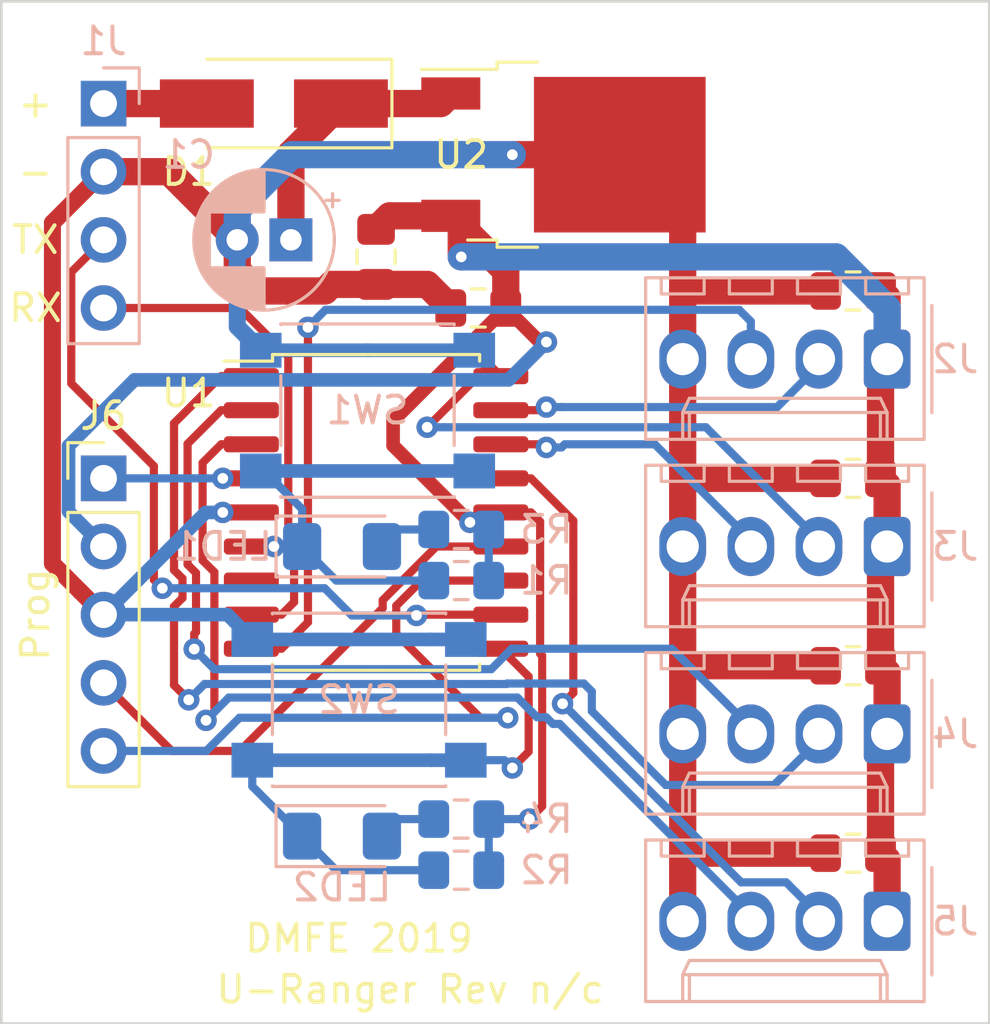
<source format=kicad_pcb>
(kicad_pcb (version 20190516) (host pcbnew "(5.1.0-1195-gcea9cd417)")

  (general
    (thickness 1.6)
    (drawings 11)
    (tracks 262)
    (modules 26)
    (nets 23)
  )

  (page "A")
  (title_block
    (title "Ultrasonic Ranger")
    (date "2019-08-04")
    (rev "n/c")
    (company "DMFE")
    (comment 1 "Put 4 Ultrasonic Range Sensors on a Serial Bus")
  )

  (layers
    (0 "F.Cu" signal)
    (31 "B.Cu" signal)
    (32 "B.Adhes" user)
    (33 "F.Adhes" user)
    (34 "B.Paste" user)
    (35 "F.Paste" user)
    (36 "B.SilkS" user)
    (37 "F.SilkS" user)
    (38 "B.Mask" user)
    (39 "F.Mask" user)
    (40 "Dwgs.User" user)
    (41 "Cmts.User" user)
    (42 "Eco1.User" user)
    (43 "Eco2.User" user)
    (44 "Edge.Cuts" user)
    (45 "Margin" user)
    (46 "B.CrtYd" user)
    (47 "F.CrtYd" user)
    (48 "B.Fab" user hide)
    (49 "F.Fab" user hide)
  )

  (setup
    (last_trace_width 0.25)
    (user_trace_width 0.3048)
    (user_trace_width 0.508)
    (user_trace_width 0.635)
    (user_trace_width 1.016)
    (user_trace_width 2.032)
    (trace_clearance 0.2)
    (zone_clearance 0.508)
    (zone_45_only no)
    (trace_min 0.2)
    (via_size 0.8)
    (via_drill 0.4)
    (via_min_size 0.4)
    (via_min_drill 0.3)
    (uvia_size 0.3)
    (uvia_drill 0.1)
    (uvias_allowed no)
    (uvia_min_size 0.2)
    (uvia_min_drill 0.1)
    (max_error 0.005)
    (edge_width 0.05)
    (segment_width 0.2)
    (pcb_text_width 0.3)
    (pcb_text_size 1.5 1.5)
    (mod_edge_width 0.12)
    (mod_text_size 1 1)
    (mod_text_width 0.15)
    (pad_size 1.524 1.524)
    (pad_drill 0.762)
    (pad_to_mask_clearance 0.051)
    (solder_mask_min_width 0.25)
    (aux_axis_origin 0 0)
    (visible_elements FFFFFF7F)
    (pcbplotparams
      (layerselection 0x010fc_ffffffff)
      (usegerberextensions false)
      (usegerberattributes false)
      (usegerberadvancedattributes false)
      (creategerberjobfile false)
      (excludeedgelayer true)
      (linewidth 0.100000)
      (plotframeref false)
      (viasonmask false)
      (mode 1)
      (useauxorigin false)
      (hpglpennumber 1)
      (hpglpenspeed 20)
      (hpglpendiameter 15.000000)
      (psnegative false)
      (psa4output false)
      (plotreference true)
      (plotvalue false)
      (plotinvisibletext false)
      (padsonsilk false)
      (subtractmaskfromsilk false)
      (outputformat 1)
      (mirror false)
      (drillshape 0)
      (scaleselection 1)
      (outputdirectory "Fab/"))
  )

  (net 0 "")
  (net 1 "GND")
  (net 2 "Net-(C1-Pad1)")
  (net 3 "+5V")
  (net 4 "+12V")
  (net 5 "RX")
  (net 6 "TX")
  (net 7 "Echo1")
  (net 8 "Trig1")
  (net 9 "Echo2")
  (net 10 "Trig2")
  (net 11 "Echo3")
  (net 12 "Trig3")
  (net 13 "Echo4")
  (net 14 "Trig4")
  (net 15 "ICSPCLK")
  (net 16 "ICSPDAT")
  (net 17 "Vpp")
  (net 18 "Net-(LED1-Pad2)")
  (net 19 "Net-(LED1-Pad1)")
  (net 20 "Net-(LED2-Pad2)")
  (net 21 "Net-(LED2-Pad1)")
  (net 22 "Net-(U1-Pad7)")

  (net_class "Default" "This is the default net class."
    (clearance 0.2)
    (trace_width 0.25)
    (via_dia 0.8)
    (via_drill 0.4)
    (uvia_dia 0.3)
    (uvia_drill 0.1)
    (add_net "+12V")
    (add_net "+5V")
    (add_net "Echo1")
    (add_net "Echo2")
    (add_net "Echo3")
    (add_net "Echo4")
    (add_net "GND")
    (add_net "ICSPCLK")
    (add_net "ICSPDAT")
    (add_net "Net-(C1-Pad1)")
    (add_net "Net-(LED1-Pad1)")
    (add_net "Net-(LED1-Pad2)")
    (add_net "Net-(LED2-Pad1)")
    (add_net "Net-(LED2-Pad2)")
    (add_net "Net-(U1-Pad7)")
    (add_net "RX")
    (add_net "TX")
    (add_net "Trig1")
    (add_net "Trig2")
    (add_net "Trig3")
    (add_net "Trig4")
    (add_net "Vpp")
  )

  (module "Connector_Molex:Molex_KK-254_AE-6410-04A_1x04_P2.54mm_Vertical" (layer "B.Cu") (tedit 5B78013E) (tstamp 5D4832C5)
    (at 124.46 90.17 180)
    (descr "Molex KK-254 Interconnect System, old/engineering part number: AE-6410-04A example for new part number: 22-27-2041, 4 Pins (http://www.molex.com/pdm_docs/sd/022272021_sd.pdf), generated with kicad-footprint-generator")
    (tags "connector Molex KK-254 side entry")
    (path "/5D480233")
    (fp_text reference "J5" (at -2.54 0) (layer "B.SilkS")
      (effects (font (size 1 1) (thickness 0.15)) (justify mirror))
    )
    (fp_text value "Conn_01x04" (at 3.81 -4.08) (layer "B.Fab")
      (effects (font (size 1 1) (thickness 0.15)) (justify mirror))
    )
    (fp_line (start -1.27 2.92) (end -1.27 -2.88) (layer "B.Fab") (width 0.1))
    (fp_line (start -1.27 -2.88) (end 8.89 -2.88) (layer "B.Fab") (width 0.1))
    (fp_line (start 8.89 -2.88) (end 8.89 2.92) (layer "B.Fab") (width 0.1))
    (fp_line (start 8.89 2.92) (end -1.27 2.92) (layer "B.Fab") (width 0.1))
    (fp_line (start -1.38 3.03) (end -1.38 -2.99) (layer "B.SilkS") (width 0.12))
    (fp_line (start -1.38 -2.99) (end 9 -2.99) (layer "B.SilkS") (width 0.12))
    (fp_line (start 9 -2.99) (end 9 3.03) (layer "B.SilkS") (width 0.12))
    (fp_line (start 9 3.03) (end -1.38 3.03) (layer "B.SilkS") (width 0.12))
    (fp_line (start -1.67 2) (end -1.67 -2) (layer "B.SilkS") (width 0.12))
    (fp_line (start -1.27 0.5) (end -0.562893 0) (layer "B.Fab") (width 0.1))
    (fp_line (start -0.562893 0) (end -1.27 -0.5) (layer "B.Fab") (width 0.1))
    (fp_line (start 0 -2.99) (end 0 -1.99) (layer "B.SilkS") (width 0.12))
    (fp_line (start 0 -1.99) (end 7.62 -1.99) (layer "B.SilkS") (width 0.12))
    (fp_line (start 7.62 -1.99) (end 7.62 -2.99) (layer "B.SilkS") (width 0.12))
    (fp_line (start 0 -1.99) (end 0.25 -1.46) (layer "B.SilkS") (width 0.12))
    (fp_line (start 0.25 -1.46) (end 7.37 -1.46) (layer "B.SilkS") (width 0.12))
    (fp_line (start 7.37 -1.46) (end 7.62 -1.99) (layer "B.SilkS") (width 0.12))
    (fp_line (start 0.25 -2.99) (end 0.25 -1.99) (layer "B.SilkS") (width 0.12))
    (fp_line (start 7.37 -2.99) (end 7.37 -1.99) (layer "B.SilkS") (width 0.12))
    (fp_line (start -0.8 3.03) (end -0.8 2.43) (layer "B.SilkS") (width 0.12))
    (fp_line (start -0.8 2.43) (end 0.8 2.43) (layer "B.SilkS") (width 0.12))
    (fp_line (start 0.8 2.43) (end 0.8 3.03) (layer "B.SilkS") (width 0.12))
    (fp_line (start 1.74 3.03) (end 1.74 2.43) (layer "B.SilkS") (width 0.12))
    (fp_line (start 1.74 2.43) (end 3.34 2.43) (layer "B.SilkS") (width 0.12))
    (fp_line (start 3.34 2.43) (end 3.34 3.03) (layer "B.SilkS") (width 0.12))
    (fp_line (start 4.28 3.03) (end 4.28 2.43) (layer "B.SilkS") (width 0.12))
    (fp_line (start 4.28 2.43) (end 5.88 2.43) (layer "B.SilkS") (width 0.12))
    (fp_line (start 5.88 2.43) (end 5.88 3.03) (layer "B.SilkS") (width 0.12))
    (fp_line (start 6.82 3.03) (end 6.82 2.43) (layer "B.SilkS") (width 0.12))
    (fp_line (start 6.82 2.43) (end 8.42 2.43) (layer "B.SilkS") (width 0.12))
    (fp_line (start 8.42 2.43) (end 8.42 3.03) (layer "B.SilkS") (width 0.12))
    (fp_line (start -1.77 3.42) (end -1.77 -3.38) (layer "B.CrtYd") (width 0.05))
    (fp_line (start -1.77 -3.38) (end 9.39 -3.38) (layer "B.CrtYd") (width 0.05))
    (fp_line (start 9.39 -3.38) (end 9.39 3.42) (layer "B.CrtYd") (width 0.05))
    (fp_line (start 9.39 3.42) (end -1.77 3.42) (layer "B.CrtYd") (width 0.05))
    (fp_text user "%R" (at 3.81 2.22) (layer "B.Fab")
      (effects (font (size 1 1) (thickness 0.15)) (justify mirror))
    )
    (pad "1" thru_hole roundrect (at 0 0 180) (size 1.74 2.2) (drill 1.2) (layers *.Cu *.Mask) (roundrect_rratio 0.143678)
      (net 3 "+5V"))
    (pad "2" thru_hole oval (at 2.54 0 180) (size 1.74 2.2) (drill 1.2) (layers *.Cu *.Mask)
      (net 14 "Trig4"))
    (pad "3" thru_hole oval (at 5.08 0 180) (size 1.74 2.2) (drill 1.2) (layers *.Cu *.Mask)
      (net 13 "Echo4"))
    (pad "4" thru_hole oval (at 7.62 0 180) (size 1.74 2.2) (drill 1.2) (layers *.Cu *.Mask)
      (net 1 "GND"))
    (model "${KISYS3DMOD}/Connector_Molex.3dshapes/Molex_KK-254_AE-6410-04A_1x04_P2.54mm_Vertical.wrl"
      (at (xyz 0 0 0))
      (scale (xyz 1 1 1))
      (rotate (xyz 0 0 0))
    )
  )

  (module "Connector_Molex:Molex_KK-254_AE-6410-04A_1x04_P2.54mm_Vertical" (layer "B.Cu") (tedit 5B78013E) (tstamp 5D48326F)
    (at 124.46 83.185 180)
    (descr "Molex KK-254 Interconnect System, old/engineering part number: AE-6410-04A example for new part number: 22-27-2041, 4 Pins (http://www.molex.com/pdm_docs/sd/022272021_sd.pdf), generated with kicad-footprint-generator")
    (tags "connector Molex KK-254 side entry")
    (path "/5D480243")
    (fp_text reference "J4" (at -2.54 0) (layer "B.SilkS")
      (effects (font (size 1 1) (thickness 0.15)) (justify mirror))
    )
    (fp_text value "Conn_01x04" (at 3.81 -4.08) (layer "B.Fab")
      (effects (font (size 1 1) (thickness 0.15)) (justify mirror))
    )
    (fp_text user "%R" (at 3.81 2.22) (layer "B.Fab")
      (effects (font (size 1 1) (thickness 0.15)) (justify mirror))
    )
    (fp_line (start 9.39 3.42) (end -1.77 3.42) (layer "B.CrtYd") (width 0.05))
    (fp_line (start 9.39 -3.38) (end 9.39 3.42) (layer "B.CrtYd") (width 0.05))
    (fp_line (start -1.77 -3.38) (end 9.39 -3.38) (layer "B.CrtYd") (width 0.05))
    (fp_line (start -1.77 3.42) (end -1.77 -3.38) (layer "B.CrtYd") (width 0.05))
    (fp_line (start 8.42 2.43) (end 8.42 3.03) (layer "B.SilkS") (width 0.12))
    (fp_line (start 6.82 2.43) (end 8.42 2.43) (layer "B.SilkS") (width 0.12))
    (fp_line (start 6.82 3.03) (end 6.82 2.43) (layer "B.SilkS") (width 0.12))
    (fp_line (start 5.88 2.43) (end 5.88 3.03) (layer "B.SilkS") (width 0.12))
    (fp_line (start 4.28 2.43) (end 5.88 2.43) (layer "B.SilkS") (width 0.12))
    (fp_line (start 4.28 3.03) (end 4.28 2.43) (layer "B.SilkS") (width 0.12))
    (fp_line (start 3.34 2.43) (end 3.34 3.03) (layer "B.SilkS") (width 0.12))
    (fp_line (start 1.74 2.43) (end 3.34 2.43) (layer "B.SilkS") (width 0.12))
    (fp_line (start 1.74 3.03) (end 1.74 2.43) (layer "B.SilkS") (width 0.12))
    (fp_line (start 0.8 2.43) (end 0.8 3.03) (layer "B.SilkS") (width 0.12))
    (fp_line (start -0.8 2.43) (end 0.8 2.43) (layer "B.SilkS") (width 0.12))
    (fp_line (start -0.8 3.03) (end -0.8 2.43) (layer "B.SilkS") (width 0.12))
    (fp_line (start 7.37 -2.99) (end 7.37 -1.99) (layer "B.SilkS") (width 0.12))
    (fp_line (start 0.25 -2.99) (end 0.25 -1.99) (layer "B.SilkS") (width 0.12))
    (fp_line (start 7.37 -1.46) (end 7.62 -1.99) (layer "B.SilkS") (width 0.12))
    (fp_line (start 0.25 -1.46) (end 7.37 -1.46) (layer "B.SilkS") (width 0.12))
    (fp_line (start 0 -1.99) (end 0.25 -1.46) (layer "B.SilkS") (width 0.12))
    (fp_line (start 7.62 -1.99) (end 7.62 -2.99) (layer "B.SilkS") (width 0.12))
    (fp_line (start 0 -1.99) (end 7.62 -1.99) (layer "B.SilkS") (width 0.12))
    (fp_line (start 0 -2.99) (end 0 -1.99) (layer "B.SilkS") (width 0.12))
    (fp_line (start -0.562893 0) (end -1.27 -0.5) (layer "B.Fab") (width 0.1))
    (fp_line (start -1.27 0.5) (end -0.562893 0) (layer "B.Fab") (width 0.1))
    (fp_line (start -1.67 2) (end -1.67 -2) (layer "B.SilkS") (width 0.12))
    (fp_line (start 9 3.03) (end -1.38 3.03) (layer "B.SilkS") (width 0.12))
    (fp_line (start 9 -2.99) (end 9 3.03) (layer "B.SilkS") (width 0.12))
    (fp_line (start -1.38 -2.99) (end 9 -2.99) (layer "B.SilkS") (width 0.12))
    (fp_line (start -1.38 3.03) (end -1.38 -2.99) (layer "B.SilkS") (width 0.12))
    (fp_line (start 8.89 2.92) (end -1.27 2.92) (layer "B.Fab") (width 0.1))
    (fp_line (start 8.89 -2.88) (end 8.89 2.92) (layer "B.Fab") (width 0.1))
    (fp_line (start -1.27 -2.88) (end 8.89 -2.88) (layer "B.Fab") (width 0.1))
    (fp_line (start -1.27 2.92) (end -1.27 -2.88) (layer "B.Fab") (width 0.1))
    (pad "4" thru_hole oval (at 7.62 0 180) (size 1.74 2.2) (drill 1.2) (layers *.Cu *.Mask)
      (net 1 "GND"))
    (pad "3" thru_hole oval (at 5.08 0 180) (size 1.74 2.2) (drill 1.2) (layers *.Cu *.Mask)
      (net 11 "Echo3"))
    (pad "2" thru_hole oval (at 2.54 0 180) (size 1.74 2.2) (drill 1.2) (layers *.Cu *.Mask)
      (net 12 "Trig3"))
    (pad "1" thru_hole roundrect (at 0 0 180) (size 1.74 2.2) (drill 1.2) (layers *.Cu *.Mask) (roundrect_rratio 0.143678)
      (net 3 "+5V"))
    (model "${KISYS3DMOD}/Connector_Molex.3dshapes/Molex_KK-254_AE-6410-04A_1x04_P2.54mm_Vertical.wrl"
      (at (xyz 0 0 0))
      (scale (xyz 1 1 1))
      (rotate (xyz 0 0 0))
    )
  )

  (module "Connector_Molex:Molex_KK-254_AE-6410-04A_1x04_P2.54mm_Vertical" (layer "B.Cu") (tedit 5B78013E) (tstamp 5D483219)
    (at 124.46 76.2 180)
    (descr "Molex KK-254 Interconnect System, old/engineering part number: AE-6410-04A example for new part number: 22-27-2041, 4 Pins (http://www.molex.com/pdm_docs/sd/022272021_sd.pdf), generated with kicad-footprint-generator")
    (tags "connector Molex KK-254 side entry")
    (path "/5D47FE86")
    (fp_text reference "J3" (at -2.54 0) (layer "B.SilkS")
      (effects (font (size 1 1) (thickness 0.15)) (justify mirror))
    )
    (fp_text value "Conn_01x04" (at 3.81 -4.08) (layer "B.Fab")
      (effects (font (size 1 1) (thickness 0.15)) (justify mirror))
    )
    (fp_line (start -1.27 2.92) (end -1.27 -2.88) (layer "B.Fab") (width 0.1))
    (fp_line (start -1.27 -2.88) (end 8.89 -2.88) (layer "B.Fab") (width 0.1))
    (fp_line (start 8.89 -2.88) (end 8.89 2.92) (layer "B.Fab") (width 0.1))
    (fp_line (start 8.89 2.92) (end -1.27 2.92) (layer "B.Fab") (width 0.1))
    (fp_line (start -1.38 3.03) (end -1.38 -2.99) (layer "B.SilkS") (width 0.12))
    (fp_line (start -1.38 -2.99) (end 9 -2.99) (layer "B.SilkS") (width 0.12))
    (fp_line (start 9 -2.99) (end 9 3.03) (layer "B.SilkS") (width 0.12))
    (fp_line (start 9 3.03) (end -1.38 3.03) (layer "B.SilkS") (width 0.12))
    (fp_line (start -1.67 2) (end -1.67 -2) (layer "B.SilkS") (width 0.12))
    (fp_line (start -1.27 0.5) (end -0.562893 0) (layer "B.Fab") (width 0.1))
    (fp_line (start -0.562893 0) (end -1.27 -0.5) (layer "B.Fab") (width 0.1))
    (fp_line (start 0 -2.99) (end 0 -1.99) (layer "B.SilkS") (width 0.12))
    (fp_line (start 0 -1.99) (end 7.62 -1.99) (layer "B.SilkS") (width 0.12))
    (fp_line (start 7.62 -1.99) (end 7.62 -2.99) (layer "B.SilkS") (width 0.12))
    (fp_line (start 0 -1.99) (end 0.25 -1.46) (layer "B.SilkS") (width 0.12))
    (fp_line (start 0.25 -1.46) (end 7.37 -1.46) (layer "B.SilkS") (width 0.12))
    (fp_line (start 7.37 -1.46) (end 7.62 -1.99) (layer "B.SilkS") (width 0.12))
    (fp_line (start 0.25 -2.99) (end 0.25 -1.99) (layer "B.SilkS") (width 0.12))
    (fp_line (start 7.37 -2.99) (end 7.37 -1.99) (layer "B.SilkS") (width 0.12))
    (fp_line (start -0.8 3.03) (end -0.8 2.43) (layer "B.SilkS") (width 0.12))
    (fp_line (start -0.8 2.43) (end 0.8 2.43) (layer "B.SilkS") (width 0.12))
    (fp_line (start 0.8 2.43) (end 0.8 3.03) (layer "B.SilkS") (width 0.12))
    (fp_line (start 1.74 3.03) (end 1.74 2.43) (layer "B.SilkS") (width 0.12))
    (fp_line (start 1.74 2.43) (end 3.34 2.43) (layer "B.SilkS") (width 0.12))
    (fp_line (start 3.34 2.43) (end 3.34 3.03) (layer "B.SilkS") (width 0.12))
    (fp_line (start 4.28 3.03) (end 4.28 2.43) (layer "B.SilkS") (width 0.12))
    (fp_line (start 4.28 2.43) (end 5.88 2.43) (layer "B.SilkS") (width 0.12))
    (fp_line (start 5.88 2.43) (end 5.88 3.03) (layer "B.SilkS") (width 0.12))
    (fp_line (start 6.82 3.03) (end 6.82 2.43) (layer "B.SilkS") (width 0.12))
    (fp_line (start 6.82 2.43) (end 8.42 2.43) (layer "B.SilkS") (width 0.12))
    (fp_line (start 8.42 2.43) (end 8.42 3.03) (layer "B.SilkS") (width 0.12))
    (fp_line (start -1.77 3.42) (end -1.77 -3.38) (layer "B.CrtYd") (width 0.05))
    (fp_line (start -1.77 -3.38) (end 9.39 -3.38) (layer "B.CrtYd") (width 0.05))
    (fp_line (start 9.39 -3.38) (end 9.39 3.42) (layer "B.CrtYd") (width 0.05))
    (fp_line (start 9.39 3.42) (end -1.77 3.42) (layer "B.CrtYd") (width 0.05))
    (fp_text user "%R" (at 3.81 2.22) (layer "B.Fab")
      (effects (font (size 1 1) (thickness 0.15)) (justify mirror))
    )
    (pad "1" thru_hole roundrect (at 0 0 180) (size 1.74 2.2) (drill 1.2) (layers *.Cu *.Mask) (roundrect_rratio 0.143678)
      (net 3 "+5V"))
    (pad "2" thru_hole oval (at 2.54 0 180) (size 1.74 2.2) (drill 1.2) (layers *.Cu *.Mask)
      (net 10 "Trig2"))
    (pad "3" thru_hole oval (at 5.08 0 180) (size 1.74 2.2) (drill 1.2) (layers *.Cu *.Mask)
      (net 9 "Echo2"))
    (pad "4" thru_hole oval (at 7.62 0 180) (size 1.74 2.2) (drill 1.2) (layers *.Cu *.Mask)
      (net 1 "GND"))
    (model "${KISYS3DMOD}/Connector_Molex.3dshapes/Molex_KK-254_AE-6410-04A_1x04_P2.54mm_Vertical.wrl"
      (at (xyz 0 0 0))
      (scale (xyz 1 1 1))
      (rotate (xyz 0 0 0))
    )
  )

  (module "Connector_Molex:Molex_KK-254_AE-6410-04A_1x04_P2.54mm_Vertical" (layer "B.Cu") (tedit 5B78013E) (tstamp 5D4831EC)
    (at 124.46 69.215 180)
    (descr "Molex KK-254 Interconnect System, old/engineering part number: AE-6410-04A example for new part number: 22-27-2041, 4 Pins (http://www.molex.com/pdm_docs/sd/022272021_sd.pdf), generated with kicad-footprint-generator")
    (tags "connector Molex KK-254 side entry")
    (path "/5D47E70F")
    (fp_text reference "J2" (at -2.54 0) (layer "B.SilkS")
      (effects (font (size 1 1) (thickness 0.15)) (justify mirror))
    )
    (fp_text value "Conn_01x04" (at 3.81 -4.08) (layer "B.Fab")
      (effects (font (size 1 1) (thickness 0.15)) (justify mirror))
    )
    (fp_text user "%R" (at 3.81 2.22) (layer "B.Fab")
      (effects (font (size 1 1) (thickness 0.15)) (justify mirror))
    )
    (fp_line (start 9.39 3.42) (end -1.77 3.42) (layer "B.CrtYd") (width 0.05))
    (fp_line (start 9.39 -3.38) (end 9.39 3.42) (layer "B.CrtYd") (width 0.05))
    (fp_line (start -1.77 -3.38) (end 9.39 -3.38) (layer "B.CrtYd") (width 0.05))
    (fp_line (start -1.77 3.42) (end -1.77 -3.38) (layer "B.CrtYd") (width 0.05))
    (fp_line (start 8.42 2.43) (end 8.42 3.03) (layer "B.SilkS") (width 0.12))
    (fp_line (start 6.82 2.43) (end 8.42 2.43) (layer "B.SilkS") (width 0.12))
    (fp_line (start 6.82 3.03) (end 6.82 2.43) (layer "B.SilkS") (width 0.12))
    (fp_line (start 5.88 2.43) (end 5.88 3.03) (layer "B.SilkS") (width 0.12))
    (fp_line (start 4.28 2.43) (end 5.88 2.43) (layer "B.SilkS") (width 0.12))
    (fp_line (start 4.28 3.03) (end 4.28 2.43) (layer "B.SilkS") (width 0.12))
    (fp_line (start 3.34 2.43) (end 3.34 3.03) (layer "B.SilkS") (width 0.12))
    (fp_line (start 1.74 2.43) (end 3.34 2.43) (layer "B.SilkS") (width 0.12))
    (fp_line (start 1.74 3.03) (end 1.74 2.43) (layer "B.SilkS") (width 0.12))
    (fp_line (start 0.8 2.43) (end 0.8 3.03) (layer "B.SilkS") (width 0.12))
    (fp_line (start -0.8 2.43) (end 0.8 2.43) (layer "B.SilkS") (width 0.12))
    (fp_line (start -0.8 3.03) (end -0.8 2.43) (layer "B.SilkS") (width 0.12))
    (fp_line (start 7.37 -2.99) (end 7.37 -1.99) (layer "B.SilkS") (width 0.12))
    (fp_line (start 0.25 -2.99) (end 0.25 -1.99) (layer "B.SilkS") (width 0.12))
    (fp_line (start 7.37 -1.46) (end 7.62 -1.99) (layer "B.SilkS") (width 0.12))
    (fp_line (start 0.25 -1.46) (end 7.37 -1.46) (layer "B.SilkS") (width 0.12))
    (fp_line (start 0 -1.99) (end 0.25 -1.46) (layer "B.SilkS") (width 0.12))
    (fp_line (start 7.62 -1.99) (end 7.62 -2.99) (layer "B.SilkS") (width 0.12))
    (fp_line (start 0 -1.99) (end 7.62 -1.99) (layer "B.SilkS") (width 0.12))
    (fp_line (start 0 -2.99) (end 0 -1.99) (layer "B.SilkS") (width 0.12))
    (fp_line (start -0.562893 0) (end -1.27 -0.5) (layer "B.Fab") (width 0.1))
    (fp_line (start -1.27 0.5) (end -0.562893 0) (layer "B.Fab") (width 0.1))
    (fp_line (start -1.67 2) (end -1.67 -2) (layer "B.SilkS") (width 0.12))
    (fp_line (start 9 3.03) (end -1.38 3.03) (layer "B.SilkS") (width 0.12))
    (fp_line (start 9 -2.99) (end 9 3.03) (layer "B.SilkS") (width 0.12))
    (fp_line (start -1.38 -2.99) (end 9 -2.99) (layer "B.SilkS") (width 0.12))
    (fp_line (start -1.38 3.03) (end -1.38 -2.99) (layer "B.SilkS") (width 0.12))
    (fp_line (start 8.89 2.92) (end -1.27 2.92) (layer "B.Fab") (width 0.1))
    (fp_line (start 8.89 -2.88) (end 8.89 2.92) (layer "B.Fab") (width 0.1))
    (fp_line (start -1.27 -2.88) (end 8.89 -2.88) (layer "B.Fab") (width 0.1))
    (fp_line (start -1.27 2.92) (end -1.27 -2.88) (layer "B.Fab") (width 0.1))
    (pad "4" thru_hole oval (at 7.62 0 180) (size 1.74 2.2) (drill 1.2) (layers *.Cu *.Mask)
      (net 1 "GND"))
    (pad "3" thru_hole oval (at 5.08 0 180) (size 1.74 2.2) (drill 1.2) (layers *.Cu *.Mask)
      (net 7 "Echo1"))
    (pad "2" thru_hole oval (at 2.54 0 180) (size 1.74 2.2) (drill 1.2) (layers *.Cu *.Mask)
      (net 8 "Trig1"))
    (pad "1" thru_hole roundrect (at 0 0 180) (size 1.74 2.2) (drill 1.2) (layers *.Cu *.Mask) (roundrect_rratio 0.143678)
      (net 3 "+5V"))
    (model "${KISYS3DMOD}/Connector_Molex.3dshapes/Molex_KK-254_AE-6410-04A_1x04_P2.54mm_Vertical.wrl"
      (at (xyz 0 0 0))
      (scale (xyz 1 1 1))
      (rotate (xyz 0 0 0))
    )
  )

  (module "MountingHole:MountingHole_3.2mm_M3" (layer "F.Cu") (tedit 56D1B4CB) (tstamp 5D482F9D)
    (at 96.52 88.9)
    (descr "Mounting Hole 3.2mm, no annular, M3")
    (tags "mounting hole 3.2mm no annular m3")
    (attr virtual)
    (fp_text reference "H2" (at 0 -4.2) (layer "F.SilkS") hide
      (effects (font (size 1 1) (thickness 0.15)))
    )
    (fp_text value "MountingHole_3.2mm_M3" (at 0 4.2) (layer "F.Fab")
      (effects (font (size 1 1) (thickness 0.15)))
    )
    (fp_circle (center 0 0) (end 3.45 0) (layer "F.CrtYd") (width 0.05))
    (fp_circle (center 0 0) (end 3.2 0) (layer "Cmts.User") (width 0.15))
    (fp_text user "%R" (at 0.3 0) (layer "F.Fab")
      (effects (font (size 1 1) (thickness 0.15)))
    )
    (pad "1" np_thru_hole circle (at 0 0) (size 3.2 3.2) (drill 3.2) (layers *.Cu *.Mask))
  )

  (module "MountingHole:MountingHole_3.2mm_M3" (layer "F.Cu") (tedit 56D1B4CB) (tstamp 5D482F79)
    (at 123.19 60.96)
    (descr "Mounting Hole 3.2mm, no annular, M3")
    (tags "mounting hole 3.2mm no annular m3")
    (attr virtual)
    (fp_text reference "H1" (at 0 -4.2) (layer "F.SilkS") hide
      (effects (font (size 1 1) (thickness 0.15)))
    )
    (fp_text value "MountingHole_3.2mm_M3" (at 0 4.2) (layer "F.Fab")
      (effects (font (size 1 1) (thickness 0.15)))
    )
    (fp_circle (center 0 0) (end 3.45 0) (layer "F.CrtYd") (width 0.05))
    (fp_circle (center 0 0) (end 3.2 0) (layer "Cmts.User") (width 0.15))
    (fp_text user "%R" (at 0.3 0) (layer "F.Fab")
      (effects (font (size 1 1) (thickness 0.15)))
    )
    (pad "1" np_thru_hole circle (at 0 0) (size 3.2 3.2) (drill 3.2) (layers *.Cu *.Mask))
  )

  (module "Package_TO_SOT_SMD:TO-252-2" (layer "F.Cu") (tedit 5A70A390) (tstamp 5D480717)
    (at 112.395 61.595)
    (descr "TO-252 / DPAK SMD package, http://www.infineon.com/cms/en/product/packages/PG-TO252/PG-TO252-3-1/")
    (tags "DPAK TO-252 DPAK-3 TO-252-3 SOT-428")
    (path "/5D47D6D5")
    (attr smd)
    (fp_text reference "U2" (at -3.81 0) (layer "F.SilkS")
      (effects (font (size 1 1) (thickness 0.15)))
    )
    (fp_text value "L7805" (at 0 4.5) (layer "F.Fab")
      (effects (font (size 1 1) (thickness 0.15)))
    )
    (fp_text user "%R" (at 0 0) (layer "F.Fab")
      (effects (font (size 1 1) (thickness 0.15)))
    )
    (fp_line (start 5.55 -3.5) (end -5.55 -3.5) (layer "F.CrtYd") (width 0.05))
    (fp_line (start 5.55 3.5) (end 5.55 -3.5) (layer "F.CrtYd") (width 0.05))
    (fp_line (start -5.55 3.5) (end 5.55 3.5) (layer "F.CrtYd") (width 0.05))
    (fp_line (start -5.55 -3.5) (end -5.55 3.5) (layer "F.CrtYd") (width 0.05))
    (fp_line (start -2.47 3.18) (end -3.57 3.18) (layer "F.SilkS") (width 0.12))
    (fp_line (start -2.47 3.45) (end -2.47 3.18) (layer "F.SilkS") (width 0.12))
    (fp_line (start -0.97 3.45) (end -2.47 3.45) (layer "F.SilkS") (width 0.12))
    (fp_line (start -2.47 -3.18) (end -5.3 -3.18) (layer "F.SilkS") (width 0.12))
    (fp_line (start -2.47 -3.45) (end -2.47 -3.18) (layer "F.SilkS") (width 0.12))
    (fp_line (start -0.97 -3.45) (end -2.47 -3.45) (layer "F.SilkS") (width 0.12))
    (fp_line (start -4.97 2.655) (end -2.27 2.655) (layer "F.Fab") (width 0.1))
    (fp_line (start -4.97 1.905) (end -4.97 2.655) (layer "F.Fab") (width 0.1))
    (fp_line (start -2.27 1.905) (end -4.97 1.905) (layer "F.Fab") (width 0.1))
    (fp_line (start -4.97 -1.905) (end -2.27 -1.905) (layer "F.Fab") (width 0.1))
    (fp_line (start -4.97 -2.655) (end -4.97 -1.905) (layer "F.Fab") (width 0.1))
    (fp_line (start -1.865 -2.655) (end -4.97 -2.655) (layer "F.Fab") (width 0.1))
    (fp_line (start -1.27 -3.25) (end 3.95 -3.25) (layer "F.Fab") (width 0.1))
    (fp_line (start -2.27 -2.25) (end -1.27 -3.25) (layer "F.Fab") (width 0.1))
    (fp_line (start -2.27 3.25) (end -2.27 -2.25) (layer "F.Fab") (width 0.1))
    (fp_line (start 3.95 3.25) (end -2.27 3.25) (layer "F.Fab") (width 0.1))
    (fp_line (start 3.95 -3.25) (end 3.95 3.25) (layer "F.Fab") (width 0.1))
    (fp_line (start 4.95 2.7) (end 3.95 2.7) (layer "F.Fab") (width 0.1))
    (fp_line (start 4.95 -2.7) (end 4.95 2.7) (layer "F.Fab") (width 0.1))
    (fp_line (start 3.95 -2.7) (end 4.95 -2.7) (layer "F.Fab") (width 0.1))
    (pad "" smd rect (at 0.425 1.525) (size 3.05 2.75) (layers "F.Paste"))
    (pad "" smd rect (at 3.775 -1.525) (size 3.05 2.75) (layers "F.Paste"))
    (pad "" smd rect (at 0.425 -1.525) (size 3.05 2.75) (layers "F.Paste"))
    (pad "" smd rect (at 3.775 1.525) (size 3.05 2.75) (layers "F.Paste"))
    (pad "2" smd rect (at 2.1 0) (size 6.4 5.8) (layers "F.Cu" "F.Mask")
      (net 1 "GND"))
    (pad "3" smd rect (at -4.2 2.28) (size 2.2 1.2) (layers "F.Cu" "F.Paste" "F.Mask")
      (net 3 "+5V"))
    (pad "1" smd rect (at -4.2 -2.28) (size 2.2 1.2) (layers "F.Cu" "F.Paste" "F.Mask")
      (net 2 "Net-(C1-Pad1)"))
    (model "${KISYS3DMOD}/Package_TO_SOT_SMD.3dshapes/TO-252-2.wrl"
      (at (xyz 0 0 0))
      (scale (xyz 1 1 1))
      (rotate (xyz 0 0 0))
    )
  )

  (module "Package_SO:SOIC-18W_7.5x11.6mm_P1.27mm" (layer "F.Cu") (tedit 5C97300E) (tstamp 5D4806F3)
    (at 105.41 74.93)
    (descr "SOIC, 18 Pin (JEDEC MS-013AB, https://www.analog.com/media/en/package-pcb-resources/package/33254132129439rw_18.pdf), generated with kicad-footprint-generator ipc_gullwing_generator.py")
    (tags "SOIC SO")
    (path "/5D47A916")
    (attr smd)
    (fp_text reference "U1" (at -6.985 -4.445) (layer "F.SilkS")
      (effects (font (size 1 1) (thickness 0.15)))
    )
    (fp_text value "PIC16F648A-ISO" (at 0 6.72) (layer "F.Fab")
      (effects (font (size 1 1) (thickness 0.15)))
    )
    (fp_text user "%R" (at 0 0) (layer "F.Fab")
      (effects (font (size 1 1) (thickness 0.15)))
    )
    (fp_line (start 5.93 -6.02) (end -5.93 -6.02) (layer "F.CrtYd") (width 0.05))
    (fp_line (start 5.93 6.02) (end 5.93 -6.02) (layer "F.CrtYd") (width 0.05))
    (fp_line (start -5.93 6.02) (end 5.93 6.02) (layer "F.CrtYd") (width 0.05))
    (fp_line (start -5.93 -6.02) (end -5.93 6.02) (layer "F.CrtYd") (width 0.05))
    (fp_line (start -3.75 -4.775) (end -2.75 -5.775) (layer "F.Fab") (width 0.1))
    (fp_line (start -3.75 5.775) (end -3.75 -4.775) (layer "F.Fab") (width 0.1))
    (fp_line (start 3.75 5.775) (end -3.75 5.775) (layer "F.Fab") (width 0.1))
    (fp_line (start 3.75 -5.775) (end 3.75 5.775) (layer "F.Fab") (width 0.1))
    (fp_line (start -2.75 -5.775) (end 3.75 -5.775) (layer "F.Fab") (width 0.1))
    (fp_line (start -3.86 -5.64) (end -5.675 -5.64) (layer "F.SilkS") (width 0.12))
    (fp_line (start -3.86 -5.885) (end -3.86 -5.64) (layer "F.SilkS") (width 0.12))
    (fp_line (start 0 -5.885) (end -3.86 -5.885) (layer "F.SilkS") (width 0.12))
    (fp_line (start 3.86 -5.885) (end 3.86 -5.64) (layer "F.SilkS") (width 0.12))
    (fp_line (start 0 -5.885) (end 3.86 -5.885) (layer "F.SilkS") (width 0.12))
    (fp_line (start -3.86 5.885) (end -3.86 5.64) (layer "F.SilkS") (width 0.12))
    (fp_line (start 0 5.885) (end -3.86 5.885) (layer "F.SilkS") (width 0.12))
    (fp_line (start 3.86 5.885) (end 3.86 5.64) (layer "F.SilkS") (width 0.12))
    (fp_line (start 0 5.885) (end 3.86 5.885) (layer "F.SilkS") (width 0.12))
    (pad "18" smd roundrect (at 4.65 -5.08) (size 2.05 0.6) (layers "F.Cu" "F.Paste" "F.Mask") (roundrect_rratio 0.25)
      (net 10 "Trig2"))
    (pad "17" smd roundrect (at 4.65 -3.81) (size 2.05 0.6) (layers "F.Cu" "F.Paste" "F.Mask") (roundrect_rratio 0.25)
      (net 8 "Trig1"))
    (pad "16" smd roundrect (at 4.65 -2.54) (size 2.05 0.6) (layers "F.Cu" "F.Paste" "F.Mask") (roundrect_rratio 0.25)
      (net 9 "Echo2"))
    (pad "15" smd roundrect (at 4.65 -1.27) (size 2.05 0.6) (layers "F.Cu" "F.Paste" "F.Mask") (roundrect_rratio 0.25)
      (net 14 "Trig4"))
    (pad "14" smd roundrect (at 4.65 0) (size 2.05 0.6) (layers "F.Cu" "F.Paste" "F.Mask") (roundrect_rratio 0.25)
      (net 3 "+5V"))
    (pad "13" smd roundrect (at 4.65 1.27) (size 2.05 0.6) (layers "F.Cu" "F.Paste" "F.Mask") (roundrect_rratio 0.25)
      (net 16 "ICSPDAT"))
    (pad "12" smd roundrect (at 4.65 2.54) (size 2.05 0.6) (layers "F.Cu" "F.Paste" "F.Mask") (roundrect_rratio 0.25)
      (net 15 "ICSPCLK"))
    (pad "11" smd roundrect (at 4.65 3.81) (size 2.05 0.6) (layers "F.Cu" "F.Paste" "F.Mask") (roundrect_rratio 0.25)
      (net 6 "TX"))
    (pad "10" smd roundrect (at 4.65 5.08) (size 2.05 0.6) (layers "F.Cu" "F.Paste" "F.Mask") (roundrect_rratio 0.25)
      (net 21 "Net-(LED2-Pad1)"))
    (pad "9" smd roundrect (at -4.65 5.08) (size 2.05 0.6) (layers "F.Cu" "F.Paste" "F.Mask") (roundrect_rratio 0.25)
      (net 7 "Echo1"))
    (pad "8" smd roundrect (at -4.65 3.81) (size 2.05 0.6) (layers "F.Cu" "F.Paste" "F.Mask") (roundrect_rratio 0.25)
      (net 5 "RX"))
    (pad "7" smd roundrect (at -4.65 2.54) (size 2.05 0.6) (layers "F.Cu" "F.Paste" "F.Mask") (roundrect_rratio 0.25)
      (net 22 "Net-(U1-Pad7)"))
    (pad "6" smd roundrect (at -4.65 1.27) (size 2.05 0.6) (layers "F.Cu" "F.Paste" "F.Mask") (roundrect_rratio 0.25)
      (net 19 "Net-(LED1-Pad1)"))
    (pad "5" smd roundrect (at -4.65 0) (size 2.05 0.6) (layers "F.Cu" "F.Paste" "F.Mask") (roundrect_rratio 0.25)
      (net 1 "GND"))
    (pad "4" smd roundrect (at -4.65 -1.27) (size 2.05 0.6) (layers "F.Cu" "F.Paste" "F.Mask") (roundrect_rratio 0.25)
      (net 17 "Vpp"))
    (pad "3" smd roundrect (at -4.65 -2.54) (size 2.05 0.6) (layers "F.Cu" "F.Paste" "F.Mask") (roundrect_rratio 0.25)
      (net 13 "Echo4"))
    (pad "2" smd roundrect (at -4.65 -3.81) (size 2.05 0.6) (layers "F.Cu" "F.Paste" "F.Mask") (roundrect_rratio 0.25)
      (net 11 "Echo3"))
    (pad "1" smd roundrect (at -4.65 -5.08) (size 2.05 0.6) (layers "F.Cu" "F.Paste" "F.Mask") (roundrect_rratio 0.25)
      (net 12 "Trig3"))
    (model "${KISYS3DMOD}/Package_SO.3dshapes/SOIC-18W_7.5x11.6mm_P1.27mm.wrl"
      (at (xyz 0 0 0))
      (scale (xyz 1 1 1))
      (rotate (xyz 0 0 0))
    )
  )

  (module "Button_Switch_SMD:SW_SPST_PTS645" (layer "B.Cu") (tedit 5A02FC95) (tstamp 5D4806CA)
    (at 104.775 81.915 180)
    (descr "C&K Components SPST SMD PTS645 Series 6mm Tact Switch")
    (tags "SPST Button Switch")
    (path "/5D48FE34")
    (attr smd)
    (fp_text reference "SW2" (at 0 0) (layer "B.SilkS")
      (effects (font (size 1 1) (thickness 0.15)) (justify mirror))
    )
    (fp_text value "SW_Push" (at 0 -4.15) (layer "B.Fab")
      (effects (font (size 1 1) (thickness 0.15)) (justify mirror))
    )
    (fp_circle (center 0 0) (end 1.75 0.05) (layer "B.Fab") (width 0.1))
    (fp_line (start -3.23 -3.23) (end 3.23 -3.23) (layer "B.SilkS") (width 0.12))
    (fp_line (start -3.23 1.3) (end -3.23 -1.3) (layer "B.SilkS") (width 0.12))
    (fp_line (start -3.23 3.23) (end 3.23 3.23) (layer "B.SilkS") (width 0.12))
    (fp_line (start 3.23 1.3) (end 3.23 -1.3) (layer "B.SilkS") (width 0.12))
    (fp_line (start -3.23 3.2) (end -3.23 3.23) (layer "B.SilkS") (width 0.12))
    (fp_line (start -3.23 -3.23) (end -3.23 -3.2) (layer "B.SilkS") (width 0.12))
    (fp_line (start 3.23 -3.23) (end 3.23 -3.2) (layer "B.SilkS") (width 0.12))
    (fp_line (start 3.23 3.23) (end 3.23 3.2) (layer "B.SilkS") (width 0.12))
    (fp_line (start -5.05 3.4) (end 5.05 3.4) (layer "B.CrtYd") (width 0.05))
    (fp_line (start -5.05 -3.4) (end 5.05 -3.4) (layer "B.CrtYd") (width 0.05))
    (fp_line (start -5.05 3.4) (end -5.05 -3.4) (layer "B.CrtYd") (width 0.05))
    (fp_line (start 5.05 -3.4) (end 5.05 3.4) (layer "B.CrtYd") (width 0.05))
    (fp_line (start 3 3) (end -3 3) (layer "B.Fab") (width 0.1))
    (fp_line (start 3 -3) (end 3 3) (layer "B.Fab") (width 0.1))
    (fp_line (start -3 -3) (end 3 -3) (layer "B.Fab") (width 0.1))
    (fp_line (start -3 3) (end -3 -3) (layer "B.Fab") (width 0.1))
    (fp_text user "%R" (at 0 4.05) (layer "B.Fab")
      (effects (font (size 1 1) (thickness 0.15)) (justify mirror))
    )
    (pad "2" smd rect (at 3.98 -2.25 180) (size 1.55 1.3) (layers "B.Cu" "B.Paste" "B.Mask")
      (net 21 "Net-(LED2-Pad1)"))
    (pad "1" smd rect (at 3.98 2.25 180) (size 1.55 1.3) (layers "B.Cu" "B.Paste" "B.Mask")
      (net 1 "GND"))
    (pad "1" smd rect (at -3.98 2.25 180) (size 1.55 1.3) (layers "B.Cu" "B.Paste" "B.Mask")
      (net 1 "GND"))
    (pad "2" smd rect (at -3.98 -2.25 180) (size 1.55 1.3) (layers "B.Cu" "B.Paste" "B.Mask")
      (net 21 "Net-(LED2-Pad1)"))
    (model "${KISYS3DMOD}/Button_Switch_SMD.3dshapes/SW_SPST_PTS645.wrl"
      (at (xyz 0 0 0))
      (scale (xyz 1 1 1))
      (rotate (xyz 0 0 0))
    )
  )

  (module "Button_Switch_SMD:SW_SPST_PTS645" (layer "B.Cu") (tedit 5A02FC95) (tstamp 5D4806B0)
    (at 105.090225 71.135 180)
    (descr "C&K Components SPST SMD PTS645 Series 6mm Tact Switch")
    (tags "SPST Button Switch")
    (path "/5D48DDBF")
    (attr smd)
    (fp_text reference "SW1" (at 0 0.015) (layer "B.SilkS")
      (effects (font (size 1 1) (thickness 0.15)) (justify mirror))
    )
    (fp_text value "SW_Push" (at 0 -4.15) (layer "B.Fab")
      (effects (font (size 1 1) (thickness 0.15)) (justify mirror))
    )
    (fp_circle (center 0 0) (end 1.75 0.05) (layer "B.Fab") (width 0.1))
    (fp_line (start -3.23 -3.23) (end 3.23 -3.23) (layer "B.SilkS") (width 0.12))
    (fp_line (start -3.23 1.3) (end -3.23 -1.3) (layer "B.SilkS") (width 0.12))
    (fp_line (start -3.23 3.23) (end 3.23 3.23) (layer "B.SilkS") (width 0.12))
    (fp_line (start 3.23 1.3) (end 3.23 -1.3) (layer "B.SilkS") (width 0.12))
    (fp_line (start -3.23 3.2) (end -3.23 3.23) (layer "B.SilkS") (width 0.12))
    (fp_line (start -3.23 -3.23) (end -3.23 -3.2) (layer "B.SilkS") (width 0.12))
    (fp_line (start 3.23 -3.23) (end 3.23 -3.2) (layer "B.SilkS") (width 0.12))
    (fp_line (start 3.23 3.23) (end 3.23 3.2) (layer "B.SilkS") (width 0.12))
    (fp_line (start -5.05 3.4) (end 5.05 3.4) (layer "B.CrtYd") (width 0.05))
    (fp_line (start -5.05 -3.4) (end 5.05 -3.4) (layer "B.CrtYd") (width 0.05))
    (fp_line (start -5.05 3.4) (end -5.05 -3.4) (layer "B.CrtYd") (width 0.05))
    (fp_line (start 5.05 -3.4) (end 5.05 3.4) (layer "B.CrtYd") (width 0.05))
    (fp_line (start 3 3) (end -3 3) (layer "B.Fab") (width 0.1))
    (fp_line (start 3 -3) (end 3 3) (layer "B.Fab") (width 0.1))
    (fp_line (start -3 -3) (end 3 -3) (layer "B.Fab") (width 0.1))
    (fp_line (start -3 3) (end -3 -3) (layer "B.Fab") (width 0.1))
    (fp_text user "%R" (at 0 4.05) (layer "B.Fab")
      (effects (font (size 1 1) (thickness 0.15)) (justify mirror))
    )
    (pad "2" smd rect (at 3.98 -2.25 180) (size 1.55 1.3) (layers "B.Cu" "B.Paste" "B.Mask")
      (net 19 "Net-(LED1-Pad1)"))
    (pad "1" smd rect (at 3.98 2.25 180) (size 1.55 1.3) (layers "B.Cu" "B.Paste" "B.Mask")
      (net 1 "GND"))
    (pad "1" smd rect (at -3.98 2.25 180) (size 1.55 1.3) (layers "B.Cu" "B.Paste" "B.Mask")
      (net 1 "GND"))
    (pad "2" smd rect (at -3.98 -2.25 180) (size 1.55 1.3) (layers "B.Cu" "B.Paste" "B.Mask")
      (net 19 "Net-(LED1-Pad1)"))
    (model "${KISYS3DMOD}/Button_Switch_SMD.3dshapes/SW_SPST_PTS645.wrl"
      (at (xyz 0 0 0))
      (scale (xyz 1 1 1))
      (rotate (xyz 0 0 0))
    )
  )

  (module "Resistor_SMD:R_0805_2012Metric_Pad1.15x1.40mm_HandSolder" (layer "B.Cu") (tedit 5B36C52B) (tstamp 5D480696)
    (at 108.585 86.36 180)
    (descr "Resistor SMD 0805 (2012 Metric), square (rectangular) end terminal, IPC_7351 nominal with elongated pad for handsoldering. (Body size source: https://docs.google.com/spreadsheets/d/1BsfQQcO9C6DZCsRaXUlFlo91Tg2WpOkGARC1WS5S8t0/edit?usp=sharing), generated with kicad-footprint-generator")
    (tags "resistor handsolder")
    (path "/5D48FE57")
    (attr smd)
    (fp_text reference "R4" (at -3.175 0) (layer "B.SilkS")
      (effects (font (size 1 1) (thickness 0.15)) (justify mirror))
    )
    (fp_text value "1.0K" (at 0 -1.65) (layer "B.Fab")
      (effects (font (size 1 1) (thickness 0.15)) (justify mirror))
    )
    (fp_text user "%R" (at 0 0) (layer "B.Fab")
      (effects (font (size 0.5 0.5) (thickness 0.08)) (justify mirror))
    )
    (fp_line (start 1.85 -0.95) (end -1.85 -0.95) (layer "B.CrtYd") (width 0.05))
    (fp_line (start 1.85 0.95) (end 1.85 -0.95) (layer "B.CrtYd") (width 0.05))
    (fp_line (start -1.85 0.95) (end 1.85 0.95) (layer "B.CrtYd") (width 0.05))
    (fp_line (start -1.85 -0.95) (end -1.85 0.95) (layer "B.CrtYd") (width 0.05))
    (fp_line (start -0.261252 -0.71) (end 0.261252 -0.71) (layer "B.SilkS") (width 0.12))
    (fp_line (start -0.261252 0.71) (end 0.261252 0.71) (layer "B.SilkS") (width 0.12))
    (fp_line (start 1 -0.6) (end -1 -0.6) (layer "B.Fab") (width 0.1))
    (fp_line (start 1 0.6) (end 1 -0.6) (layer "B.Fab") (width 0.1))
    (fp_line (start -1 0.6) (end 1 0.6) (layer "B.Fab") (width 0.1))
    (fp_line (start -1 -0.6) (end -1 0.6) (layer "B.Fab") (width 0.1))
    (pad "2" smd roundrect (at 1.025 0 180) (size 1.15 1.4) (layers "B.Cu" "B.Paste" "B.Mask") (roundrect_rratio 0.217391)
      (net 20 "Net-(LED2-Pad2)"))
    (pad "1" smd roundrect (at -1.025 0 180) (size 1.15 1.4) (layers "B.Cu" "B.Paste" "B.Mask") (roundrect_rratio 0.217391)
      (net 3 "+5V"))
    (model "${KISYS3DMOD}/Resistor_SMD.3dshapes/R_0805_2012Metric.wrl"
      (at (xyz 0 0 0))
      (scale (xyz 1 1 1))
      (rotate (xyz 0 0 0))
    )
  )

  (module "Resistor_SMD:R_0805_2012Metric_Pad1.15x1.40mm_HandSolder" (layer "B.Cu") (tedit 5B36C52B) (tstamp 5D480685)
    (at 108.585 75.565 180)
    (descr "Resistor SMD 0805 (2012 Metric), square (rectangular) end terminal, IPC_7351 nominal with elongated pad for handsoldering. (Body size source: https://docs.google.com/spreadsheets/d/1BsfQQcO9C6DZCsRaXUlFlo91Tg2WpOkGARC1WS5S8t0/edit?usp=sharing), generated with kicad-footprint-generator")
    (tags "resistor handsolder")
    (path "/5D48CF5F")
    (attr smd)
    (fp_text reference "R3" (at -3.175 0) (layer "B.SilkS")
      (effects (font (size 1 1) (thickness 0.15)) (justify mirror))
    )
    (fp_text value "1.0K" (at 0 -1.65) (layer "B.Fab")
      (effects (font (size 1 1) (thickness 0.15)) (justify mirror))
    )
    (fp_text user "%R" (at 0 0) (layer "B.Fab")
      (effects (font (size 0.5 0.5) (thickness 0.08)) (justify mirror))
    )
    (fp_line (start 1.85 -0.95) (end -1.85 -0.95) (layer "B.CrtYd") (width 0.05))
    (fp_line (start 1.85 0.95) (end 1.85 -0.95) (layer "B.CrtYd") (width 0.05))
    (fp_line (start -1.85 0.95) (end 1.85 0.95) (layer "B.CrtYd") (width 0.05))
    (fp_line (start -1.85 -0.95) (end -1.85 0.95) (layer "B.CrtYd") (width 0.05))
    (fp_line (start -0.261252 -0.71) (end 0.261252 -0.71) (layer "B.SilkS") (width 0.12))
    (fp_line (start -0.261252 0.71) (end 0.261252 0.71) (layer "B.SilkS") (width 0.12))
    (fp_line (start 1 -0.6) (end -1 -0.6) (layer "B.Fab") (width 0.1))
    (fp_line (start 1 0.6) (end 1 -0.6) (layer "B.Fab") (width 0.1))
    (fp_line (start -1 0.6) (end 1 0.6) (layer "B.Fab") (width 0.1))
    (fp_line (start -1 -0.6) (end -1 0.6) (layer "B.Fab") (width 0.1))
    (pad "2" smd roundrect (at 1.025 0 180) (size 1.15 1.4) (layers "B.Cu" "B.Paste" "B.Mask") (roundrect_rratio 0.217391)
      (net 18 "Net-(LED1-Pad2)"))
    (pad "1" smd roundrect (at -1.025 0 180) (size 1.15 1.4) (layers "B.Cu" "B.Paste" "B.Mask") (roundrect_rratio 0.217391)
      (net 3 "+5V"))
    (model "${KISYS3DMOD}/Resistor_SMD.3dshapes/R_0805_2012Metric.wrl"
      (at (xyz 0 0 0))
      (scale (xyz 1 1 1))
      (rotate (xyz 0 0 0))
    )
  )

  (module "Resistor_SMD:R_0805_2012Metric_Pad1.15x1.40mm_HandSolder" (layer "B.Cu") (tedit 5B36C52B) (tstamp 5D480674)
    (at 108.585 88.265 180)
    (descr "Resistor SMD 0805 (2012 Metric), square (rectangular) end terminal, IPC_7351 nominal with elongated pad for handsoldering. (Body size source: https://docs.google.com/spreadsheets/d/1BsfQQcO9C6DZCsRaXUlFlo91Tg2WpOkGARC1WS5S8t0/edit?usp=sharing), generated with kicad-footprint-generator")
    (tags "resistor handsolder")
    (path "/5D48FE63")
    (attr smd)
    (fp_text reference "R2" (at -3.175 0) (layer "B.SilkS")
      (effects (font (size 1 1) (thickness 0.15)) (justify mirror))
    )
    (fp_text value "47K" (at 0 -1.65) (layer "B.Fab")
      (effects (font (size 1 1) (thickness 0.15)) (justify mirror))
    )
    (fp_text user "%R" (at 0 0) (layer "B.Fab")
      (effects (font (size 0.5 0.5) (thickness 0.08)) (justify mirror))
    )
    (fp_line (start 1.85 -0.95) (end -1.85 -0.95) (layer "B.CrtYd") (width 0.05))
    (fp_line (start 1.85 0.95) (end 1.85 -0.95) (layer "B.CrtYd") (width 0.05))
    (fp_line (start -1.85 0.95) (end 1.85 0.95) (layer "B.CrtYd") (width 0.05))
    (fp_line (start -1.85 -0.95) (end -1.85 0.95) (layer "B.CrtYd") (width 0.05))
    (fp_line (start -0.261252 -0.71) (end 0.261252 -0.71) (layer "B.SilkS") (width 0.12))
    (fp_line (start -0.261252 0.71) (end 0.261252 0.71) (layer "B.SilkS") (width 0.12))
    (fp_line (start 1 -0.6) (end -1 -0.6) (layer "B.Fab") (width 0.1))
    (fp_line (start 1 0.6) (end 1 -0.6) (layer "B.Fab") (width 0.1))
    (fp_line (start -1 0.6) (end 1 0.6) (layer "B.Fab") (width 0.1))
    (fp_line (start -1 -0.6) (end -1 0.6) (layer "B.Fab") (width 0.1))
    (pad "2" smd roundrect (at 1.025 0 180) (size 1.15 1.4) (layers "B.Cu" "B.Paste" "B.Mask") (roundrect_rratio 0.217391)
      (net 21 "Net-(LED2-Pad1)"))
    (pad "1" smd roundrect (at -1.025 0 180) (size 1.15 1.4) (layers "B.Cu" "B.Paste" "B.Mask") (roundrect_rratio 0.217391)
      (net 3 "+5V"))
    (model "${KISYS3DMOD}/Resistor_SMD.3dshapes/R_0805_2012Metric.wrl"
      (at (xyz 0 0 0))
      (scale (xyz 1 1 1))
      (rotate (xyz 0 0 0))
    )
  )

  (module "Resistor_SMD:R_0805_2012Metric_Pad1.15x1.40mm_HandSolder" (layer "B.Cu") (tedit 5B36C52B) (tstamp 5D480663)
    (at 108.585 77.47 180)
    (descr "Resistor SMD 0805 (2012 Metric), square (rectangular) end terminal, IPC_7351 nominal with elongated pad for handsoldering. (Body size source: https://docs.google.com/spreadsheets/d/1BsfQQcO9C6DZCsRaXUlFlo91Tg2WpOkGARC1WS5S8t0/edit?usp=sharing), generated with kicad-footprint-generator")
    (tags "resistor handsolder")
    (path "/5D48EC84")
    (attr smd)
    (fp_text reference "R1" (at -3.175 0) (layer "B.SilkS")
      (effects (font (size 1 1) (thickness 0.15)) (justify mirror))
    )
    (fp_text value "47K" (at 0 -1.65) (layer "B.Fab")
      (effects (font (size 1 1) (thickness 0.15)) (justify mirror))
    )
    (fp_text user "%R" (at 0 0) (layer "B.Fab")
      (effects (font (size 0.5 0.5) (thickness 0.08)) (justify mirror))
    )
    (fp_line (start 1.85 -0.95) (end -1.85 -0.95) (layer "B.CrtYd") (width 0.05))
    (fp_line (start 1.85 0.95) (end 1.85 -0.95) (layer "B.CrtYd") (width 0.05))
    (fp_line (start -1.85 0.95) (end 1.85 0.95) (layer "B.CrtYd") (width 0.05))
    (fp_line (start -1.85 -0.95) (end -1.85 0.95) (layer "B.CrtYd") (width 0.05))
    (fp_line (start -0.261252 -0.71) (end 0.261252 -0.71) (layer "B.SilkS") (width 0.12))
    (fp_line (start -0.261252 0.71) (end 0.261252 0.71) (layer "B.SilkS") (width 0.12))
    (fp_line (start 1 -0.6) (end -1 -0.6) (layer "B.Fab") (width 0.1))
    (fp_line (start 1 0.6) (end 1 -0.6) (layer "B.Fab") (width 0.1))
    (fp_line (start -1 0.6) (end 1 0.6) (layer "B.Fab") (width 0.1))
    (fp_line (start -1 -0.6) (end -1 0.6) (layer "B.Fab") (width 0.1))
    (pad "2" smd roundrect (at 1.025 0 180) (size 1.15 1.4) (layers "B.Cu" "B.Paste" "B.Mask") (roundrect_rratio 0.217391)
      (net 19 "Net-(LED1-Pad1)"))
    (pad "1" smd roundrect (at -1.025 0 180) (size 1.15 1.4) (layers "B.Cu" "B.Paste" "B.Mask") (roundrect_rratio 0.217391)
      (net 3 "+5V"))
    (model "${KISYS3DMOD}/Resistor_SMD.3dshapes/R_0805_2012Metric.wrl"
      (at (xyz 0 0 0))
      (scale (xyz 1 1 1))
      (rotate (xyz 0 0 0))
    )
  )

  (module "LED_SMD:LED_1206_3216Metric_Pad1.42x1.75mm_HandSolder" (layer "B.Cu") (tedit 5B4B45C9) (tstamp 5D480652)
    (at 104.14 86.995)
    (descr "LED SMD 1206 (3216 Metric), square (rectangular) end terminal, IPC_7351 nominal, (Body size source: http://www.tortai-tech.com/upload/download/2011102023233369053.pdf), generated with kicad-footprint-generator")
    (tags "LED handsolder")
    (path "/5D48FE40")
    (attr smd)
    (fp_text reference "LED2" (at 0 1.905) (layer "B.SilkS")
      (effects (font (size 1 1) (thickness 0.15)) (justify mirror))
    )
    (fp_text value "LED_ALT" (at 0 -1.82) (layer "B.Fab")
      (effects (font (size 1 1) (thickness 0.15)) (justify mirror))
    )
    (fp_text user "%R" (at 0 0) (layer "B.Fab")
      (effects (font (size 0.8 0.8) (thickness 0.12)) (justify mirror))
    )
    (fp_line (start 2.45 -1.12) (end -2.45 -1.12) (layer "B.CrtYd") (width 0.05))
    (fp_line (start 2.45 1.12) (end 2.45 -1.12) (layer "B.CrtYd") (width 0.05))
    (fp_line (start -2.45 1.12) (end 2.45 1.12) (layer "B.CrtYd") (width 0.05))
    (fp_line (start -2.45 -1.12) (end -2.45 1.12) (layer "B.CrtYd") (width 0.05))
    (fp_line (start -2.46 -1.135) (end 1.6 -1.135) (layer "B.SilkS") (width 0.12))
    (fp_line (start -2.46 1.135) (end -2.46 -1.135) (layer "B.SilkS") (width 0.12))
    (fp_line (start 1.6 1.135) (end -2.46 1.135) (layer "B.SilkS") (width 0.12))
    (fp_line (start 1.6 -0.8) (end 1.6 0.8) (layer "B.Fab") (width 0.1))
    (fp_line (start -1.6 -0.8) (end 1.6 -0.8) (layer "B.Fab") (width 0.1))
    (fp_line (start -1.6 0.4) (end -1.6 -0.8) (layer "B.Fab") (width 0.1))
    (fp_line (start -1.2 0.8) (end -1.6 0.4) (layer "B.Fab") (width 0.1))
    (fp_line (start 1.6 0.8) (end -1.2 0.8) (layer "B.Fab") (width 0.1))
    (pad "2" smd roundrect (at 1.4875 0) (size 1.425 1.75) (layers "B.Cu" "B.Paste" "B.Mask") (roundrect_rratio 0.175439)
      (net 20 "Net-(LED2-Pad2)"))
    (pad "1" smd roundrect (at -1.4875 0) (size 1.425 1.75) (layers "B.Cu" "B.Paste" "B.Mask") (roundrect_rratio 0.175439)
      (net 21 "Net-(LED2-Pad1)"))
    (model "${KISYS3DMOD}/LED_SMD.3dshapes/LED_1206_3216Metric.wrl"
      (at (xyz 0 0 0))
      (scale (xyz 1 1 1))
      (rotate (xyz 0 0 0))
    )
  )

  (module "LED_SMD:LED_1206_3216Metric_Pad1.42x1.75mm_HandSolder" (layer "B.Cu") (tedit 5B4B45C9) (tstamp 5D48063F)
    (at 104.14 76.2)
    (descr "LED SMD 1206 (3216 Metric), square (rectangular) end terminal, IPC_7351 nominal, (Body size source: http://www.tortai-tech.com/upload/download/2011102023233369053.pdf), generated with kicad-footprint-generator")
    (tags "LED handsolder")
    (path "/5D48B27D")
    (attr smd)
    (fp_text reference "LED1" (at -4.445 0) (layer "B.SilkS")
      (effects (font (size 1 1) (thickness 0.15)) (justify mirror))
    )
    (fp_text value "LED_ALT" (at 0 -1.82) (layer "B.Fab")
      (effects (font (size 1 1) (thickness 0.15)) (justify mirror))
    )
    (fp_text user "%R" (at 0 0) (layer "B.Fab")
      (effects (font (size 0.8 0.8) (thickness 0.12)) (justify mirror))
    )
    (fp_line (start 2.45 -1.12) (end -2.45 -1.12) (layer "B.CrtYd") (width 0.05))
    (fp_line (start 2.45 1.12) (end 2.45 -1.12) (layer "B.CrtYd") (width 0.05))
    (fp_line (start -2.45 1.12) (end 2.45 1.12) (layer "B.CrtYd") (width 0.05))
    (fp_line (start -2.45 -1.12) (end -2.45 1.12) (layer "B.CrtYd") (width 0.05))
    (fp_line (start -2.46 -1.135) (end 1.6 -1.135) (layer "B.SilkS") (width 0.12))
    (fp_line (start -2.46 1.135) (end -2.46 -1.135) (layer "B.SilkS") (width 0.12))
    (fp_line (start 1.6 1.135) (end -2.46 1.135) (layer "B.SilkS") (width 0.12))
    (fp_line (start 1.6 -0.8) (end 1.6 0.8) (layer "B.Fab") (width 0.1))
    (fp_line (start -1.6 -0.8) (end 1.6 -0.8) (layer "B.Fab") (width 0.1))
    (fp_line (start -1.6 0.4) (end -1.6 -0.8) (layer "B.Fab") (width 0.1))
    (fp_line (start -1.2 0.8) (end -1.6 0.4) (layer "B.Fab") (width 0.1))
    (fp_line (start 1.6 0.8) (end -1.2 0.8) (layer "B.Fab") (width 0.1))
    (pad "2" smd roundrect (at 1.4875 0) (size 1.425 1.75) (layers "B.Cu" "B.Paste" "B.Mask") (roundrect_rratio 0.175439)
      (net 18 "Net-(LED1-Pad2)"))
    (pad "1" smd roundrect (at -1.4875 0) (size 1.425 1.75) (layers "B.Cu" "B.Paste" "B.Mask") (roundrect_rratio 0.175439)
      (net 19 "Net-(LED1-Pad1)"))
    (model "${KISYS3DMOD}/LED_SMD.3dshapes/LED_1206_3216Metric.wrl"
      (at (xyz 0 0 0))
      (scale (xyz 1 1 1))
      (rotate (xyz 0 0 0))
    )
  )

  (module "Connector_PinHeader_2.54mm:PinHeader_1x05_P2.54mm_Vertical" (layer "F.Cu") (tedit 59FED5CC) (tstamp 5D48062C)
    (at 95.25 73.66)
    (descr "Through hole straight pin header, 1x05, 2.54mm pitch, single row")
    (tags "Through hole pin header THT 1x05 2.54mm single row")
    (path "/5D488156")
    (fp_text reference "J6" (at 0 -2.33) (layer "F.SilkS")
      (effects (font (size 1 1) (thickness 0.15)))
    )
    (fp_text value "Conn_01x05" (at 0 12.49) (layer "F.Fab")
      (effects (font (size 1 1) (thickness 0.15)))
    )
    (fp_text user "%R" (at 0 5.08 90) (layer "F.Fab")
      (effects (font (size 1 1) (thickness 0.15)))
    )
    (fp_line (start 1.8 -1.8) (end -1.8 -1.8) (layer "F.CrtYd") (width 0.05))
    (fp_line (start 1.8 11.95) (end 1.8 -1.8) (layer "F.CrtYd") (width 0.05))
    (fp_line (start -1.8 11.95) (end 1.8 11.95) (layer "F.CrtYd") (width 0.05))
    (fp_line (start -1.8 -1.8) (end -1.8 11.95) (layer "F.CrtYd") (width 0.05))
    (fp_line (start -1.33 -1.33) (end 0 -1.33) (layer "F.SilkS") (width 0.12))
    (fp_line (start -1.33 0) (end -1.33 -1.33) (layer "F.SilkS") (width 0.12))
    (fp_line (start -1.33 1.27) (end 1.33 1.27) (layer "F.SilkS") (width 0.12))
    (fp_line (start 1.33 1.27) (end 1.33 11.49) (layer "F.SilkS") (width 0.12))
    (fp_line (start -1.33 1.27) (end -1.33 11.49) (layer "F.SilkS") (width 0.12))
    (fp_line (start -1.33 11.49) (end 1.33 11.49) (layer "F.SilkS") (width 0.12))
    (fp_line (start -1.27 -0.635) (end -0.635 -1.27) (layer "F.Fab") (width 0.1))
    (fp_line (start -1.27 11.43) (end -1.27 -0.635) (layer "F.Fab") (width 0.1))
    (fp_line (start 1.27 11.43) (end -1.27 11.43) (layer "F.Fab") (width 0.1))
    (fp_line (start 1.27 -1.27) (end 1.27 11.43) (layer "F.Fab") (width 0.1))
    (fp_line (start -0.635 -1.27) (end 1.27 -1.27) (layer "F.Fab") (width 0.1))
    (pad "5" thru_hole oval (at 0 10.16) (size 1.7 1.7) (drill 1) (layers *.Cu *.Mask)
      (net 15 "ICSPCLK"))
    (pad "4" thru_hole oval (at 0 7.62) (size 1.7 1.7) (drill 1) (layers *.Cu *.Mask)
      (net 16 "ICSPDAT"))
    (pad "3" thru_hole oval (at 0 5.08) (size 1.7 1.7) (drill 1) (layers *.Cu *.Mask)
      (net 1 "GND"))
    (pad "2" thru_hole oval (at 0 2.54) (size 1.7 1.7) (drill 1) (layers *.Cu *.Mask)
      (net 3 "+5V"))
    (pad "1" thru_hole rect (at 0 0) (size 1.7 1.7) (drill 1) (layers *.Cu *.Mask)
      (net 17 "Vpp"))
    (model "${KISYS3DMOD}/Connector_PinHeader_2.54mm.3dshapes/PinHeader_1x05_P2.54mm_Vertical.wrl"
      (at (xyz 0 0 0))
      (scale (xyz 1 1 1))
      (rotate (xyz 0 0 0))
    )
  )

  (module "Connector_PinHeader_2.54mm:PinHeader_1x04_P2.54mm_Vertical" (layer "B.Cu") (tedit 59FED5CC) (tstamp 5D4805B3)
    (at 95.25 59.69 180)
    (descr "Through hole straight pin header, 1x04, 2.54mm pitch, single row")
    (tags "Through hole pin header THT 1x04 2.54mm single row")
    (path "/5D48077B")
    (fp_text reference "J1" (at 0 2.33) (layer "B.SilkS")
      (effects (font (size 1 1) (thickness 0.15)) (justify mirror))
    )
    (fp_text value "Conn_01x04" (at 0 -9.95) (layer "B.Fab")
      (effects (font (size 1 1) (thickness 0.15)) (justify mirror))
    )
    (fp_text user "%R" (at 0 -3.81 270) (layer "B.Fab")
      (effects (font (size 1 1) (thickness 0.15)) (justify mirror))
    )
    (fp_line (start 1.8 1.8) (end -1.8 1.8) (layer "B.CrtYd") (width 0.05))
    (fp_line (start 1.8 -9.4) (end 1.8 1.8) (layer "B.CrtYd") (width 0.05))
    (fp_line (start -1.8 -9.4) (end 1.8 -9.4) (layer "B.CrtYd") (width 0.05))
    (fp_line (start -1.8 1.8) (end -1.8 -9.4) (layer "B.CrtYd") (width 0.05))
    (fp_line (start -1.33 1.33) (end 0 1.33) (layer "B.SilkS") (width 0.12))
    (fp_line (start -1.33 0) (end -1.33 1.33) (layer "B.SilkS") (width 0.12))
    (fp_line (start -1.33 -1.27) (end 1.33 -1.27) (layer "B.SilkS") (width 0.12))
    (fp_line (start 1.33 -1.27) (end 1.33 -8.95) (layer "B.SilkS") (width 0.12))
    (fp_line (start -1.33 -1.27) (end -1.33 -8.95) (layer "B.SilkS") (width 0.12))
    (fp_line (start -1.33 -8.95) (end 1.33 -8.95) (layer "B.SilkS") (width 0.12))
    (fp_line (start -1.27 0.635) (end -0.635 1.27) (layer "B.Fab") (width 0.1))
    (fp_line (start -1.27 -8.89) (end -1.27 0.635) (layer "B.Fab") (width 0.1))
    (fp_line (start 1.27 -8.89) (end -1.27 -8.89) (layer "B.Fab") (width 0.1))
    (fp_line (start 1.27 1.27) (end 1.27 -8.89) (layer "B.Fab") (width 0.1))
    (fp_line (start -0.635 1.27) (end 1.27 1.27) (layer "B.Fab") (width 0.1))
    (pad "4" thru_hole oval (at 0 -7.62 180) (size 1.7 1.7) (drill 1) (layers *.Cu *.Mask)
      (net 5 "RX"))
    (pad "3" thru_hole oval (at 0 -5.08 180) (size 1.7 1.7) (drill 1) (layers *.Cu *.Mask)
      (net 6 "TX"))
    (pad "2" thru_hole oval (at 0 -2.54 180) (size 1.7 1.7) (drill 1) (layers *.Cu *.Mask)
      (net 1 "GND"))
    (pad "1" thru_hole rect (at 0 0 180) (size 1.7 1.7) (drill 1) (layers *.Cu *.Mask)
      (net 4 "+12V"))
    (model "${KISYS3DMOD}/Connector_PinHeader_2.54mm.3dshapes/PinHeader_1x04_P2.54mm_Vertical.wrl"
      (at (xyz 0 0 0))
      (scale (xyz 1 1 1))
      (rotate (xyz 0 0 0))
    )
  )

  (module "Diode_SMD:D_SMA_Handsoldering" (layer "F.Cu") (tedit 58643398) (tstamp 5D48059B)
    (at 101.6 59.69 180)
    (descr "Diode SMA (DO-214AC) Handsoldering")
    (tags "Diode SMA (DO-214AC) Handsoldering")
    (path "/5D47E18F")
    (attr smd)
    (fp_text reference "D1" (at 3.175 -2.54) (layer "F.SilkS")
      (effects (font (size 1 1) (thickness 0.15)))
    )
    (fp_text value "D_ALT" (at 0 2.6) (layer "F.Fab")
      (effects (font (size 1 1) (thickness 0.15)))
    )
    (fp_line (start -4.4 -1.65) (end 2.5 -1.65) (layer "F.SilkS") (width 0.12))
    (fp_line (start -4.4 1.65) (end 2.5 1.65) (layer "F.SilkS") (width 0.12))
    (fp_line (start -0.64944 0.00102) (end 0.50118 -0.79908) (layer "F.Fab") (width 0.1))
    (fp_line (start -0.64944 0.00102) (end 0.50118 0.75032) (layer "F.Fab") (width 0.1))
    (fp_line (start 0.50118 0.75032) (end 0.50118 -0.79908) (layer "F.Fab") (width 0.1))
    (fp_line (start -0.64944 -0.79908) (end -0.64944 0.80112) (layer "F.Fab") (width 0.1))
    (fp_line (start 0.50118 0.00102) (end 1.4994 0.00102) (layer "F.Fab") (width 0.1))
    (fp_line (start -0.64944 0.00102) (end -1.55114 0.00102) (layer "F.Fab") (width 0.1))
    (fp_line (start -4.5 1.75) (end -4.5 -1.75) (layer "F.CrtYd") (width 0.05))
    (fp_line (start 4.5 1.75) (end -4.5 1.75) (layer "F.CrtYd") (width 0.05))
    (fp_line (start 4.5 -1.75) (end 4.5 1.75) (layer "F.CrtYd") (width 0.05))
    (fp_line (start -4.5 -1.75) (end 4.5 -1.75) (layer "F.CrtYd") (width 0.05))
    (fp_line (start 2.3 -1.5) (end -2.3 -1.5) (layer "F.Fab") (width 0.1))
    (fp_line (start 2.3 -1.5) (end 2.3 1.5) (layer "F.Fab") (width 0.1))
    (fp_line (start -2.3 1.5) (end -2.3 -1.5) (layer "F.Fab") (width 0.1))
    (fp_line (start 2.3 1.5) (end -2.3 1.5) (layer "F.Fab") (width 0.1))
    (fp_line (start -4.4 -1.65) (end -4.4 1.65) (layer "F.SilkS") (width 0.12))
    (fp_text user "%R" (at 0 -2.5) (layer "F.Fab")
      (effects (font (size 1 1) (thickness 0.15)))
    )
    (pad "2" smd rect (at 2.5 0 180) (size 3.5 1.8) (layers "F.Cu" "F.Paste" "F.Mask")
      (net 4 "+12V"))
    (pad "1" smd rect (at -2.5 0 180) (size 3.5 1.8) (layers "F.Cu" "F.Paste" "F.Mask")
      (net 2 "Net-(C1-Pad1)"))
    (model "${KISYS3DMOD}/Diode_SMD.3dshapes/D_SMA.wrl"
      (at (xyz 0 0 0))
      (scale (xyz 1 1 1))
      (rotate (xyz 0 0 0))
    )
  )

  (module "Capacitor_SMD:C_0805_2012Metric_Pad1.15x1.40mm_HandSolder" (layer "F.Cu") (tedit 5B36C52B) (tstamp 5D480583)
    (at 123.19 87.63 180)
    (descr "Capacitor SMD 0805 (2012 Metric), square (rectangular) end terminal, IPC_7351 nominal with elongated pad for handsoldering. (Body size source: https://docs.google.com/spreadsheets/d/1BsfQQcO9C6DZCsRaXUlFlo91Tg2WpOkGARC1WS5S8t0/edit?usp=sharing), generated with kicad-footprint-generator")
    (tags "capacitor handsolder")
    (path "/5D48572F")
    (attr smd)
    (fp_text reference "C7" (at 0 -1.65) (layer "F.SilkS") hide
      (effects (font (size 1 1) (thickness 0.15)))
    )
    (fp_text value "0.1uf" (at 0 1.65) (layer "F.Fab")
      (effects (font (size 1 1) (thickness 0.15)))
    )
    (fp_text user "%R" (at 0 0) (layer "F.Fab")
      (effects (font (size 0.5 0.5) (thickness 0.08)))
    )
    (fp_line (start 1.85 0.95) (end -1.85 0.95) (layer "F.CrtYd") (width 0.05))
    (fp_line (start 1.85 -0.95) (end 1.85 0.95) (layer "F.CrtYd") (width 0.05))
    (fp_line (start -1.85 -0.95) (end 1.85 -0.95) (layer "F.CrtYd") (width 0.05))
    (fp_line (start -1.85 0.95) (end -1.85 -0.95) (layer "F.CrtYd") (width 0.05))
    (fp_line (start -0.261252 0.71) (end 0.261252 0.71) (layer "F.SilkS") (width 0.12))
    (fp_line (start -0.261252 -0.71) (end 0.261252 -0.71) (layer "F.SilkS") (width 0.12))
    (fp_line (start 1 0.6) (end -1 0.6) (layer "F.Fab") (width 0.1))
    (fp_line (start 1 -0.6) (end 1 0.6) (layer "F.Fab") (width 0.1))
    (fp_line (start -1 -0.6) (end 1 -0.6) (layer "F.Fab") (width 0.1))
    (fp_line (start -1 0.6) (end -1 -0.6) (layer "F.Fab") (width 0.1))
    (pad "2" smd roundrect (at 1.025 0 180) (size 1.15 1.4) (layers "F.Cu" "F.Paste" "F.Mask") (roundrect_rratio 0.217391)
      (net 1 "GND"))
    (pad "1" smd roundrect (at -1.025 0 180) (size 1.15 1.4) (layers "F.Cu" "F.Paste" "F.Mask") (roundrect_rratio 0.217391)
      (net 3 "+5V"))
    (model "${KISYS3DMOD}/Capacitor_SMD.3dshapes/C_0805_2012Metric.wrl"
      (at (xyz 0 0 0))
      (scale (xyz 1 1 1))
      (rotate (xyz 0 0 0))
    )
  )

  (module "Capacitor_SMD:C_0805_2012Metric_Pad1.15x1.40mm_HandSolder" (layer "F.Cu") (tedit 5B36C52B) (tstamp 5D480572)
    (at 123.19 80.645 180)
    (descr "Capacitor SMD 0805 (2012 Metric), square (rectangular) end terminal, IPC_7351 nominal with elongated pad for handsoldering. (Body size source: https://docs.google.com/spreadsheets/d/1BsfQQcO9C6DZCsRaXUlFlo91Tg2WpOkGARC1WS5S8t0/edit?usp=sharing), generated with kicad-footprint-generator")
    (tags "capacitor handsolder")
    (path "/5D4853D9")
    (attr smd)
    (fp_text reference "C6" (at 0 -1.65) (layer "F.SilkS") hide
      (effects (font (size 1 1) (thickness 0.15)))
    )
    (fp_text value "0.1uf" (at 0 1.65) (layer "F.Fab")
      (effects (font (size 1 1) (thickness 0.15)))
    )
    (fp_text user "%R" (at 0 0) (layer "F.Fab")
      (effects (font (size 0.5 0.5) (thickness 0.08)))
    )
    (fp_line (start 1.85 0.95) (end -1.85 0.95) (layer "F.CrtYd") (width 0.05))
    (fp_line (start 1.85 -0.95) (end 1.85 0.95) (layer "F.CrtYd") (width 0.05))
    (fp_line (start -1.85 -0.95) (end 1.85 -0.95) (layer "F.CrtYd") (width 0.05))
    (fp_line (start -1.85 0.95) (end -1.85 -0.95) (layer "F.CrtYd") (width 0.05))
    (fp_line (start -0.261252 0.71) (end 0.261252 0.71) (layer "F.SilkS") (width 0.12))
    (fp_line (start -0.261252 -0.71) (end 0.261252 -0.71) (layer "F.SilkS") (width 0.12))
    (fp_line (start 1 0.6) (end -1 0.6) (layer "F.Fab") (width 0.1))
    (fp_line (start 1 -0.6) (end 1 0.6) (layer "F.Fab") (width 0.1))
    (fp_line (start -1 -0.6) (end 1 -0.6) (layer "F.Fab") (width 0.1))
    (fp_line (start -1 0.6) (end -1 -0.6) (layer "F.Fab") (width 0.1))
    (pad "2" smd roundrect (at 1.025 0 180) (size 1.15 1.4) (layers "F.Cu" "F.Paste" "F.Mask") (roundrect_rratio 0.217391)
      (net 1 "GND"))
    (pad "1" smd roundrect (at -1.025 0 180) (size 1.15 1.4) (layers "F.Cu" "F.Paste" "F.Mask") (roundrect_rratio 0.217391)
      (net 3 "+5V"))
    (model "${KISYS3DMOD}/Capacitor_SMD.3dshapes/C_0805_2012Metric.wrl"
      (at (xyz 0 0 0))
      (scale (xyz 1 1 1))
      (rotate (xyz 0 0 0))
    )
  )

  (module "Capacitor_SMD:C_0805_2012Metric_Pad1.15x1.40mm_HandSolder" (layer "F.Cu") (tedit 5B36C52B) (tstamp 5D480561)
    (at 123.19 73.66 180)
    (descr "Capacitor SMD 0805 (2012 Metric), square (rectangular) end terminal, IPC_7351 nominal with elongated pad for handsoldering. (Body size source: https://docs.google.com/spreadsheets/d/1BsfQQcO9C6DZCsRaXUlFlo91Tg2WpOkGARC1WS5S8t0/edit?usp=sharing), generated with kicad-footprint-generator")
    (tags "capacitor handsolder")
    (path "/5D4850DD")
    (attr smd)
    (fp_text reference "C5" (at 0 -1.65) (layer "F.SilkS") hide
      (effects (font (size 1 1) (thickness 0.15)))
    )
    (fp_text value "0.1uf" (at 0 1.65) (layer "F.Fab")
      (effects (font (size 1 1) (thickness 0.15)))
    )
    (fp_text user "%R" (at 0 0) (layer "F.Fab")
      (effects (font (size 0.5 0.5) (thickness 0.08)))
    )
    (fp_line (start 1.85 0.95) (end -1.85 0.95) (layer "F.CrtYd") (width 0.05))
    (fp_line (start 1.85 -0.95) (end 1.85 0.95) (layer "F.CrtYd") (width 0.05))
    (fp_line (start -1.85 -0.95) (end 1.85 -0.95) (layer "F.CrtYd") (width 0.05))
    (fp_line (start -1.85 0.95) (end -1.85 -0.95) (layer "F.CrtYd") (width 0.05))
    (fp_line (start -0.261252 0.71) (end 0.261252 0.71) (layer "F.SilkS") (width 0.12))
    (fp_line (start -0.261252 -0.71) (end 0.261252 -0.71) (layer "F.SilkS") (width 0.12))
    (fp_line (start 1 0.6) (end -1 0.6) (layer "F.Fab") (width 0.1))
    (fp_line (start 1 -0.6) (end 1 0.6) (layer "F.Fab") (width 0.1))
    (fp_line (start -1 -0.6) (end 1 -0.6) (layer "F.Fab") (width 0.1))
    (fp_line (start -1 0.6) (end -1 -0.6) (layer "F.Fab") (width 0.1))
    (pad "2" smd roundrect (at 1.025 0 180) (size 1.15 1.4) (layers "F.Cu" "F.Paste" "F.Mask") (roundrect_rratio 0.217391)
      (net 1 "GND"))
    (pad "1" smd roundrect (at -1.025 0 180) (size 1.15 1.4) (layers "F.Cu" "F.Paste" "F.Mask") (roundrect_rratio 0.217391)
      (net 3 "+5V"))
    (model "${KISYS3DMOD}/Capacitor_SMD.3dshapes/C_0805_2012Metric.wrl"
      (at (xyz 0 0 0))
      (scale (xyz 1 1 1))
      (rotate (xyz 0 0 0))
    )
  )

  (module "Capacitor_SMD:C_0805_2012Metric_Pad1.15x1.40mm_HandSolder" (layer "F.Cu") (tedit 5B36C52B) (tstamp 5D480550)
    (at 123.19 66.675 180)
    (descr "Capacitor SMD 0805 (2012 Metric), square (rectangular) end terminal, IPC_7351 nominal with elongated pad for handsoldering. (Body size source: https://docs.google.com/spreadsheets/d/1BsfQQcO9C6DZCsRaXUlFlo91Tg2WpOkGARC1WS5S8t0/edit?usp=sharing), generated with kicad-footprint-generator")
    (tags "capacitor handsolder")
    (path "/5D484DF3")
    (attr smd)
    (fp_text reference "C4" (at 0 -1.65) (layer "F.SilkS") hide
      (effects (font (size 1 1) (thickness 0.15)))
    )
    (fp_text value "0.1uf" (at 0 1.65) (layer "F.Fab")
      (effects (font (size 1 1) (thickness 0.15)))
    )
    (fp_text user "%R" (at 0 0) (layer "F.Fab")
      (effects (font (size 0.5 0.5) (thickness 0.08)))
    )
    (fp_line (start 1.85 0.95) (end -1.85 0.95) (layer "F.CrtYd") (width 0.05))
    (fp_line (start 1.85 -0.95) (end 1.85 0.95) (layer "F.CrtYd") (width 0.05))
    (fp_line (start -1.85 -0.95) (end 1.85 -0.95) (layer "F.CrtYd") (width 0.05))
    (fp_line (start -1.85 0.95) (end -1.85 -0.95) (layer "F.CrtYd") (width 0.05))
    (fp_line (start -0.261252 0.71) (end 0.261252 0.71) (layer "F.SilkS") (width 0.12))
    (fp_line (start -0.261252 -0.71) (end 0.261252 -0.71) (layer "F.SilkS") (width 0.12))
    (fp_line (start 1 0.6) (end -1 0.6) (layer "F.Fab") (width 0.1))
    (fp_line (start 1 -0.6) (end 1 0.6) (layer "F.Fab") (width 0.1))
    (fp_line (start -1 -0.6) (end 1 -0.6) (layer "F.Fab") (width 0.1))
    (fp_line (start -1 0.6) (end -1 -0.6) (layer "F.Fab") (width 0.1))
    (pad "2" smd roundrect (at 1.025 0 180) (size 1.15 1.4) (layers "F.Cu" "F.Paste" "F.Mask") (roundrect_rratio 0.217391)
      (net 1 "GND"))
    (pad "1" smd roundrect (at -1.025 0 180) (size 1.15 1.4) (layers "F.Cu" "F.Paste" "F.Mask") (roundrect_rratio 0.217391)
      (net 3 "+5V"))
    (model "${KISYS3DMOD}/Capacitor_SMD.3dshapes/C_0805_2012Metric.wrl"
      (at (xyz 0 0 0))
      (scale (xyz 1 1 1))
      (rotate (xyz 0 0 0))
    )
  )

  (module "Capacitor_SMD:C_0805_2012Metric_Pad1.15x1.40mm_HandSolder" (layer "F.Cu") (tedit 5B36C52B) (tstamp 5D48053F)
    (at 109.22 67.31)
    (descr "Capacitor SMD 0805 (2012 Metric), square (rectangular) end terminal, IPC_7351 nominal with elongated pad for handsoldering. (Body size source: https://docs.google.com/spreadsheets/d/1BsfQQcO9C6DZCsRaXUlFlo91Tg2WpOkGARC1WS5S8t0/edit?usp=sharing), generated with kicad-footprint-generator")
    (tags "capacitor handsolder")
    (path "/5D484213")
    (attr smd)
    (fp_text reference "C3" (at 0 -1.65) (layer "F.SilkS") hide
      (effects (font (size 1 1) (thickness 0.15)))
    )
    (fp_text value "0.1uf" (at 0 1.65) (layer "F.Fab")
      (effects (font (size 1 1) (thickness 0.15)))
    )
    (fp_text user "%R" (at 0 0) (layer "F.Fab")
      (effects (font (size 0.5 0.5) (thickness 0.08)))
    )
    (fp_line (start 1.85 0.95) (end -1.85 0.95) (layer "F.CrtYd") (width 0.05))
    (fp_line (start 1.85 -0.95) (end 1.85 0.95) (layer "F.CrtYd") (width 0.05))
    (fp_line (start -1.85 -0.95) (end 1.85 -0.95) (layer "F.CrtYd") (width 0.05))
    (fp_line (start -1.85 0.95) (end -1.85 -0.95) (layer "F.CrtYd") (width 0.05))
    (fp_line (start -0.261252 0.71) (end 0.261252 0.71) (layer "F.SilkS") (width 0.12))
    (fp_line (start -0.261252 -0.71) (end 0.261252 -0.71) (layer "F.SilkS") (width 0.12))
    (fp_line (start 1 0.6) (end -1 0.6) (layer "F.Fab") (width 0.1))
    (fp_line (start 1 -0.6) (end 1 0.6) (layer "F.Fab") (width 0.1))
    (fp_line (start -1 -0.6) (end 1 -0.6) (layer "F.Fab") (width 0.1))
    (fp_line (start -1 0.6) (end -1 -0.6) (layer "F.Fab") (width 0.1))
    (pad "2" smd roundrect (at 1.025 0) (size 1.15 1.4) (layers "F.Cu" "F.Paste" "F.Mask") (roundrect_rratio 0.217391)
      (net 3 "+5V"))
    (pad "1" smd roundrect (at -1.025 0) (size 1.15 1.4) (layers "F.Cu" "F.Paste" "F.Mask") (roundrect_rratio 0.217391)
      (net 1 "GND"))
    (model "${KISYS3DMOD}/Capacitor_SMD.3dshapes/C_0805_2012Metric.wrl"
      (at (xyz 0 0 0))
      (scale (xyz 1 1 1))
      (rotate (xyz 0 0 0))
    )
  )

  (module "Capacitor_SMD:C_0805_2012Metric_Pad1.15x1.40mm_HandSolder" (layer "F.Cu") (tedit 5B36C52B) (tstamp 5D48052E)
    (at 105.41 65.405 270)
    (descr "Capacitor SMD 0805 (2012 Metric), square (rectangular) end terminal, IPC_7351 nominal with elongated pad for handsoldering. (Body size source: https://docs.google.com/spreadsheets/d/1BsfQQcO9C6DZCsRaXUlFlo91Tg2WpOkGARC1WS5S8t0/edit?usp=sharing), generated with kicad-footprint-generator")
    (tags "capacitor handsolder")
    (path "/5D4826B5")
    (attr smd)
    (fp_text reference "C2" (at 0 -1.65 90) (layer "F.SilkS") hide
      (effects (font (size 1 1) (thickness 0.15)))
    )
    (fp_text value "0.1uf" (at 0 1.65 90) (layer "F.Fab")
      (effects (font (size 1 1) (thickness 0.15)))
    )
    (fp_text user "%R" (at 0 0 90) (layer "F.Fab")
      (effects (font (size 0.5 0.5) (thickness 0.08)))
    )
    (fp_line (start 1.85 0.95) (end -1.85 0.95) (layer "F.CrtYd") (width 0.05))
    (fp_line (start 1.85 -0.95) (end 1.85 0.95) (layer "F.CrtYd") (width 0.05))
    (fp_line (start -1.85 -0.95) (end 1.85 -0.95) (layer "F.CrtYd") (width 0.05))
    (fp_line (start -1.85 0.95) (end -1.85 -0.95) (layer "F.CrtYd") (width 0.05))
    (fp_line (start -0.261252 0.71) (end 0.261252 0.71) (layer "F.SilkS") (width 0.12))
    (fp_line (start -0.261252 -0.71) (end 0.261252 -0.71) (layer "F.SilkS") (width 0.12))
    (fp_line (start 1 0.6) (end -1 0.6) (layer "F.Fab") (width 0.1))
    (fp_line (start 1 -0.6) (end 1 0.6) (layer "F.Fab") (width 0.1))
    (fp_line (start -1 -0.6) (end 1 -0.6) (layer "F.Fab") (width 0.1))
    (fp_line (start -1 0.6) (end -1 -0.6) (layer "F.Fab") (width 0.1))
    (pad "2" smd roundrect (at 1.025 0 270) (size 1.15 1.4) (layers "F.Cu" "F.Paste" "F.Mask") (roundrect_rratio 0.217391)
      (net 1 "GND"))
    (pad "1" smd roundrect (at -1.025 0 270) (size 1.15 1.4) (layers "F.Cu" "F.Paste" "F.Mask") (roundrect_rratio 0.217391)
      (net 3 "+5V"))
    (model "${KISYS3DMOD}/Capacitor_SMD.3dshapes/C_0805_2012Metric.wrl"
      (at (xyz 0 0 0))
      (scale (xyz 1 1 1))
      (rotate (xyz 0 0 0))
    )
  )

  (module "Capacitor_THT:CP_Radial_D5.0mm_P2.00mm" (layer "B.Cu") (tedit 5AE50EF0) (tstamp 5D48051D)
    (at 102.235 64.77 180)
    (descr "CP, Radial series, Radial, pin pitch=2.00mm, , diameter=5mm, Electrolytic Capacitor")
    (tags "CP Radial series Radial pin pitch 2.00mm  diameter 5mm Electrolytic Capacitor")
    (path "/5D48212C")
    (fp_text reference "C1" (at 3.81 3.175) (layer "B.SilkS")
      (effects (font (size 1 1) (thickness 0.15)) (justify mirror))
    )
    (fp_text value "2.2uf" (at 1 -3.75) (layer "B.Fab")
      (effects (font (size 1 1) (thickness 0.15)) (justify mirror))
    )
    (fp_text user "%R" (at 1 0) (layer "B.Fab")
      (effects (font (size 1 1) (thickness 0.15)) (justify mirror))
    )
    (fp_line (start -1.554775 1.725) (end -1.554775 1.225) (layer "B.SilkS") (width 0.12))
    (fp_line (start -1.804775 1.475) (end -1.304775 1.475) (layer "B.SilkS") (width 0.12))
    (fp_line (start 3.601 0.284) (end 3.601 -0.284) (layer "B.SilkS") (width 0.12))
    (fp_line (start 3.561 0.518) (end 3.561 -0.518) (layer "B.SilkS") (width 0.12))
    (fp_line (start 3.521 0.677) (end 3.521 -0.677) (layer "B.SilkS") (width 0.12))
    (fp_line (start 3.481 0.805) (end 3.481 -0.805) (layer "B.SilkS") (width 0.12))
    (fp_line (start 3.441 0.915) (end 3.441 -0.915) (layer "B.SilkS") (width 0.12))
    (fp_line (start 3.401 1.011) (end 3.401 -1.011) (layer "B.SilkS") (width 0.12))
    (fp_line (start 3.361 1.098) (end 3.361 -1.098) (layer "B.SilkS") (width 0.12))
    (fp_line (start 3.321 1.178) (end 3.321 -1.178) (layer "B.SilkS") (width 0.12))
    (fp_line (start 3.281 1.251) (end 3.281 -1.251) (layer "B.SilkS") (width 0.12))
    (fp_line (start 3.241 1.319) (end 3.241 -1.319) (layer "B.SilkS") (width 0.12))
    (fp_line (start 3.201 1.383) (end 3.201 -1.383) (layer "B.SilkS") (width 0.12))
    (fp_line (start 3.161 1.443) (end 3.161 -1.443) (layer "B.SilkS") (width 0.12))
    (fp_line (start 3.121 1.5) (end 3.121 -1.5) (layer "B.SilkS") (width 0.12))
    (fp_line (start 3.081 1.554) (end 3.081 -1.554) (layer "B.SilkS") (width 0.12))
    (fp_line (start 3.041 1.605) (end 3.041 -1.605) (layer "B.SilkS") (width 0.12))
    (fp_line (start 3.001 -1.04) (end 3.001 -1.653) (layer "B.SilkS") (width 0.12))
    (fp_line (start 3.001 1.653) (end 3.001 1.04) (layer "B.SilkS") (width 0.12))
    (fp_line (start 2.961 -1.04) (end 2.961 -1.699) (layer "B.SilkS") (width 0.12))
    (fp_line (start 2.961 1.699) (end 2.961 1.04) (layer "B.SilkS") (width 0.12))
    (fp_line (start 2.921 -1.04) (end 2.921 -1.743) (layer "B.SilkS") (width 0.12))
    (fp_line (start 2.921 1.743) (end 2.921 1.04) (layer "B.SilkS") (width 0.12))
    (fp_line (start 2.881 -1.04) (end 2.881 -1.785) (layer "B.SilkS") (width 0.12))
    (fp_line (start 2.881 1.785) (end 2.881 1.04) (layer "B.SilkS") (width 0.12))
    (fp_line (start 2.841 -1.04) (end 2.841 -1.826) (layer "B.SilkS") (width 0.12))
    (fp_line (start 2.841 1.826) (end 2.841 1.04) (layer "B.SilkS") (width 0.12))
    (fp_line (start 2.801 -1.04) (end 2.801 -1.864) (layer "B.SilkS") (width 0.12))
    (fp_line (start 2.801 1.864) (end 2.801 1.04) (layer "B.SilkS") (width 0.12))
    (fp_line (start 2.761 -1.04) (end 2.761 -1.901) (layer "B.SilkS") (width 0.12))
    (fp_line (start 2.761 1.901) (end 2.761 1.04) (layer "B.SilkS") (width 0.12))
    (fp_line (start 2.721 -1.04) (end 2.721 -1.937) (layer "B.SilkS") (width 0.12))
    (fp_line (start 2.721 1.937) (end 2.721 1.04) (layer "B.SilkS") (width 0.12))
    (fp_line (start 2.681 -1.04) (end 2.681 -1.971) (layer "B.SilkS") (width 0.12))
    (fp_line (start 2.681 1.971) (end 2.681 1.04) (layer "B.SilkS") (width 0.12))
    (fp_line (start 2.641 -1.04) (end 2.641 -2.004) (layer "B.SilkS") (width 0.12))
    (fp_line (start 2.641 2.004) (end 2.641 1.04) (layer "B.SilkS") (width 0.12))
    (fp_line (start 2.601 -1.04) (end 2.601 -2.035) (layer "B.SilkS") (width 0.12))
    (fp_line (start 2.601 2.035) (end 2.601 1.04) (layer "B.SilkS") (width 0.12))
    (fp_line (start 2.561 -1.04) (end 2.561 -2.065) (layer "B.SilkS") (width 0.12))
    (fp_line (start 2.561 2.065) (end 2.561 1.04) (layer "B.SilkS") (width 0.12))
    (fp_line (start 2.521 -1.04) (end 2.521 -2.095) (layer "B.SilkS") (width 0.12))
    (fp_line (start 2.521 2.095) (end 2.521 1.04) (layer "B.SilkS") (width 0.12))
    (fp_line (start 2.481 -1.04) (end 2.481 -2.122) (layer "B.SilkS") (width 0.12))
    (fp_line (start 2.481 2.122) (end 2.481 1.04) (layer "B.SilkS") (width 0.12))
    (fp_line (start 2.441 -1.04) (end 2.441 -2.149) (layer "B.SilkS") (width 0.12))
    (fp_line (start 2.441 2.149) (end 2.441 1.04) (layer "B.SilkS") (width 0.12))
    (fp_line (start 2.401 -1.04) (end 2.401 -2.175) (layer "B.SilkS") (width 0.12))
    (fp_line (start 2.401 2.175) (end 2.401 1.04) (layer "B.SilkS") (width 0.12))
    (fp_line (start 2.361 -1.04) (end 2.361 -2.2) (layer "B.SilkS") (width 0.12))
    (fp_line (start 2.361 2.2) (end 2.361 1.04) (layer "B.SilkS") (width 0.12))
    (fp_line (start 2.321 -1.04) (end 2.321 -2.224) (layer "B.SilkS") (width 0.12))
    (fp_line (start 2.321 2.224) (end 2.321 1.04) (layer "B.SilkS") (width 0.12))
    (fp_line (start 2.281 -1.04) (end 2.281 -2.247) (layer "B.SilkS") (width 0.12))
    (fp_line (start 2.281 2.247) (end 2.281 1.04) (layer "B.SilkS") (width 0.12))
    (fp_line (start 2.241 -1.04) (end 2.241 -2.268) (layer "B.SilkS") (width 0.12))
    (fp_line (start 2.241 2.268) (end 2.241 1.04) (layer "B.SilkS") (width 0.12))
    (fp_line (start 2.201 -1.04) (end 2.201 -2.29) (layer "B.SilkS") (width 0.12))
    (fp_line (start 2.201 2.29) (end 2.201 1.04) (layer "B.SilkS") (width 0.12))
    (fp_line (start 2.161 -1.04) (end 2.161 -2.31) (layer "B.SilkS") (width 0.12))
    (fp_line (start 2.161 2.31) (end 2.161 1.04) (layer "B.SilkS") (width 0.12))
    (fp_line (start 2.121 -1.04) (end 2.121 -2.329) (layer "B.SilkS") (width 0.12))
    (fp_line (start 2.121 2.329) (end 2.121 1.04) (layer "B.SilkS") (width 0.12))
    (fp_line (start 2.081 -1.04) (end 2.081 -2.348) (layer "B.SilkS") (width 0.12))
    (fp_line (start 2.081 2.348) (end 2.081 1.04) (layer "B.SilkS") (width 0.12))
    (fp_line (start 2.041 -1.04) (end 2.041 -2.365) (layer "B.SilkS") (width 0.12))
    (fp_line (start 2.041 2.365) (end 2.041 1.04) (layer "B.SilkS") (width 0.12))
    (fp_line (start 2.001 -1.04) (end 2.001 -2.382) (layer "B.SilkS") (width 0.12))
    (fp_line (start 2.001 2.382) (end 2.001 1.04) (layer "B.SilkS") (width 0.12))
    (fp_line (start 1.961 -1.04) (end 1.961 -2.398) (layer "B.SilkS") (width 0.12))
    (fp_line (start 1.961 2.398) (end 1.961 1.04) (layer "B.SilkS") (width 0.12))
    (fp_line (start 1.921 -1.04) (end 1.921 -2.414) (layer "B.SilkS") (width 0.12))
    (fp_line (start 1.921 2.414) (end 1.921 1.04) (layer "B.SilkS") (width 0.12))
    (fp_line (start 1.881 -1.04) (end 1.881 -2.428) (layer "B.SilkS") (width 0.12))
    (fp_line (start 1.881 2.428) (end 1.881 1.04) (layer "B.SilkS") (width 0.12))
    (fp_line (start 1.841 -1.04) (end 1.841 -2.442) (layer "B.SilkS") (width 0.12))
    (fp_line (start 1.841 2.442) (end 1.841 1.04) (layer "B.SilkS") (width 0.12))
    (fp_line (start 1.801 -1.04) (end 1.801 -2.455) (layer "B.SilkS") (width 0.12))
    (fp_line (start 1.801 2.455) (end 1.801 1.04) (layer "B.SilkS") (width 0.12))
    (fp_line (start 1.761 -1.04) (end 1.761 -2.468) (layer "B.SilkS") (width 0.12))
    (fp_line (start 1.761 2.468) (end 1.761 1.04) (layer "B.SilkS") (width 0.12))
    (fp_line (start 1.721 -1.04) (end 1.721 -2.48) (layer "B.SilkS") (width 0.12))
    (fp_line (start 1.721 2.48) (end 1.721 1.04) (layer "B.SilkS") (width 0.12))
    (fp_line (start 1.68 -1.04) (end 1.68 -2.491) (layer "B.SilkS") (width 0.12))
    (fp_line (start 1.68 2.491) (end 1.68 1.04) (layer "B.SilkS") (width 0.12))
    (fp_line (start 1.64 -1.04) (end 1.64 -2.501) (layer "B.SilkS") (width 0.12))
    (fp_line (start 1.64 2.501) (end 1.64 1.04) (layer "B.SilkS") (width 0.12))
    (fp_line (start 1.6 -1.04) (end 1.6 -2.511) (layer "B.SilkS") (width 0.12))
    (fp_line (start 1.6 2.511) (end 1.6 1.04) (layer "B.SilkS") (width 0.12))
    (fp_line (start 1.56 -1.04) (end 1.56 -2.52) (layer "B.SilkS") (width 0.12))
    (fp_line (start 1.56 2.52) (end 1.56 1.04) (layer "B.SilkS") (width 0.12))
    (fp_line (start 1.52 -1.04) (end 1.52 -2.528) (layer "B.SilkS") (width 0.12))
    (fp_line (start 1.52 2.528) (end 1.52 1.04) (layer "B.SilkS") (width 0.12))
    (fp_line (start 1.48 -1.04) (end 1.48 -2.536) (layer "B.SilkS") (width 0.12))
    (fp_line (start 1.48 2.536) (end 1.48 1.04) (layer "B.SilkS") (width 0.12))
    (fp_line (start 1.44 -1.04) (end 1.44 -2.543) (layer "B.SilkS") (width 0.12))
    (fp_line (start 1.44 2.543) (end 1.44 1.04) (layer "B.SilkS") (width 0.12))
    (fp_line (start 1.4 -1.04) (end 1.4 -2.55) (layer "B.SilkS") (width 0.12))
    (fp_line (start 1.4 2.55) (end 1.4 1.04) (layer "B.SilkS") (width 0.12))
    (fp_line (start 1.36 -1.04) (end 1.36 -2.556) (layer "B.SilkS") (width 0.12))
    (fp_line (start 1.36 2.556) (end 1.36 1.04) (layer "B.SilkS") (width 0.12))
    (fp_line (start 1.32 -1.04) (end 1.32 -2.561) (layer "B.SilkS") (width 0.12))
    (fp_line (start 1.32 2.561) (end 1.32 1.04) (layer "B.SilkS") (width 0.12))
    (fp_line (start 1.28 -1.04) (end 1.28 -2.565) (layer "B.SilkS") (width 0.12))
    (fp_line (start 1.28 2.565) (end 1.28 1.04) (layer "B.SilkS") (width 0.12))
    (fp_line (start 1.24 -1.04) (end 1.24 -2.569) (layer "B.SilkS") (width 0.12))
    (fp_line (start 1.24 2.569) (end 1.24 1.04) (layer "B.SilkS") (width 0.12))
    (fp_line (start 1.2 -1.04) (end 1.2 -2.573) (layer "B.SilkS") (width 0.12))
    (fp_line (start 1.2 2.573) (end 1.2 1.04) (layer "B.SilkS") (width 0.12))
    (fp_line (start 1.16 -1.04) (end 1.16 -2.576) (layer "B.SilkS") (width 0.12))
    (fp_line (start 1.16 2.576) (end 1.16 1.04) (layer "B.SilkS") (width 0.12))
    (fp_line (start 1.12 -1.04) (end 1.12 -2.578) (layer "B.SilkS") (width 0.12))
    (fp_line (start 1.12 2.578) (end 1.12 1.04) (layer "B.SilkS") (width 0.12))
    (fp_line (start 1.08 -1.04) (end 1.08 -2.579) (layer "B.SilkS") (width 0.12))
    (fp_line (start 1.08 2.579) (end 1.08 1.04) (layer "B.SilkS") (width 0.12))
    (fp_line (start 1.04 2.58) (end 1.04 1.04) (layer "B.SilkS") (width 0.12))
    (fp_line (start 1.04 -1.04) (end 1.04 -2.58) (layer "B.SilkS") (width 0.12))
    (fp_line (start 1 2.58) (end 1 1.04) (layer "B.SilkS") (width 0.12))
    (fp_line (start 1 -1.04) (end 1 -2.58) (layer "B.SilkS") (width 0.12))
    (fp_line (start -0.883605 1.3375) (end -0.883605 0.8375) (layer "B.Fab") (width 0.1))
    (fp_line (start -1.133605 1.0875) (end -0.633605 1.0875) (layer "B.Fab") (width 0.1))
    (fp_circle (center 1 0) (end 3.75 0) (layer "B.CrtYd") (width 0.05))
    (fp_circle (center 1 0) (end 3.62 0) (layer "B.SilkS") (width 0.12))
    (fp_circle (center 1 0) (end 3.5 0) (layer "B.Fab") (width 0.1))
    (pad "2" thru_hole circle (at 2 0 180) (size 1.6 1.6) (drill 0.8) (layers *.Cu *.Mask)
      (net 1 "GND"))
    (pad "1" thru_hole rect (at 0 0 180) (size 1.6 1.6) (drill 0.8) (layers *.Cu *.Mask)
      (net 2 "Net-(C1-Pad1)"))
    (model "${KISYS3DMOD}/Capacitor_THT.3dshapes/CP_Radial_D5.0mm_P2.00mm.wrl"
      (at (xyz 0 0 0))
      (scale (xyz 1 1 1))
      (rotate (xyz 0 0 0))
    )
  )

  (gr_text "Prog" (at 92.71 78.74 90) (layer "F.SilkS")
    (effects (font (size 1 1) (thickness 0.15)))
  )
  (gr_text "RX" (at 92.71 67.31) (layer "F.SilkS")
    (effects (font (size 1 1) (thickness 0.15)))
  )
  (gr_text "TX" (at 92.71 64.77) (layer "F.SilkS")
    (effects (font (size 1 1) (thickness 0.15)))
  )
  (gr_text "-" (at 92.71 62.23) (layer "F.SilkS")
    (effects (font (size 1 1) (thickness 0.15)))
  )
  (gr_text "+" (at 92.71 59.69) (layer "F.SilkS")
    (effects (font (size 1 1) (thickness 0.15)))
  )
  (gr_text "DMFE 2019" (at 104.775 90.805) (layer "F.SilkS")
    (effects (font (size 1 1) (thickness 0.15)))
  )
  (gr_text "U-Ranger Rev n/c" (at 106.68 92.71) (layer "F.SilkS")
    (effects (font (size 1 1) (thickness 0.15)))
  )
  (gr_line (start 91.44 93.98) (end 91.44 55.88) (layer "Edge.Cuts") (width 0.1))
  (gr_line (start 128.27 93.98) (end 91.44 93.98) (layer "Edge.Cuts") (width 0.1))
  (gr_line (start 128.27 55.88) (end 128.27 93.98) (layer "Edge.Cuts") (width 0.1))
  (gr_line (start 91.44 55.88) (end 128.27 55.88) (layer "Edge.Cuts") (width 0.1))

  (segment (start 95.25 59.69) (end 99.1 59.69) (width 1.016) (layer "F.Cu") (net 4))
  (segment (start 107.82 59.69) (end 108.195 59.315) (width 1.016) (layer "F.Cu") (net 2))
  (segment (start 104.1 59.69) (end 107.82 59.69) (width 1.016) (layer "F.Cu") (net 2))
  (segment (start 102.235 61.555) (end 104.1 59.69) (width 1.016) (layer "F.Cu") (net 2))
  (segment (start 102.235 64.77) (end 102.235 61.555) (width 1.016) (layer "F.Cu") (net 2))
  (segment (start 105.915 63.875) (end 105.41 64.38) (width 1.016) (layer "F.Cu") (net 3))
  (segment (start 108.195 63.875) (end 105.915 63.875) (width 1.016) (layer "F.Cu") (net 3))
  (segment (start 110.245 65.925) (end 110.245 67.31) (width 1.016) (layer "F.Cu") (net 3))
  (segment (start 108.195 63.875) (end 110.245 65.925) (width 1.016) (layer "F.Cu") (net 3))
  (segment (start 114.3 61.79) (end 114.495 61.595) (width 1.016) (layer "F.Cu") (net 1))
  (segment (start 97.695 62.23) (end 100.235 64.77) (width 1.016) (layer "F.Cu") (net 1))
  (segment (start 95.25 62.23) (end 97.695 62.23) (width 1.016) (layer "F.Cu") (net 1))
  (segment (start 100.235 65.90137) (end 101.00863 66.675) (width 1.016) (layer "F.Cu") (net 1))
  (segment (start 100.235 64.77) (end 100.235 65.90137) (width 1.016) (layer "F.Cu") (net 1))
  (segment (start 105.41 66.43) (end 103.75 66.43) (width 1.016) (layer "F.Cu") (net 1))
  (segment (start 103.505 66.675) (end 101.00863 66.675) (width 1.016) (layer "F.Cu") (net 1))
  (segment (start 103.75 66.43) (end 103.505 66.675) (width 1.016) (layer "F.Cu") (net 1))
  (segment (start 107.315 66.43) (end 108.195 67.31) (width 1.016) (layer "F.Cu") (net 1))
  (segment (start 105.41 66.43) (end 107.315 66.43) (width 1.016) (layer "F.Cu") (net 1))
  (via (at 111.76 72.50741) (size 0.8) (drill 0.4) (layers "F.Cu" "B.Cu") (net 9))
  (via (at 111.76 71.00259) (size 0.8) (drill 0.4) (layers "F.Cu" "B.Cu") (net 8))
  (segment (start 110.06 72.39) (end 111.64259 72.39) (width 0.3048) (layer "F.Cu") (net 9))
  (segment (start 110.06 71.12) (end 111.64259 71.12) (width 0.3048) (layer "F.Cu") (net 8))
  (segment (start 111.64259 72.39) (end 111.76 72.50741) (width 0.3048) (layer "F.Cu") (net 9))
  (segment (start 112.443095 72.39) (end 112.325685 72.50741) (width 0.3048) (layer "B.Cu") (net 9))
  (segment (start 112.325685 72.50741) (end 111.76 72.50741) (width 0.3048) (layer "B.Cu") (net 9))
  (segment (start 111.64259 71.12) (end 111.76 71.00259) (width 0.3048) (layer "F.Cu") (net 8))
  (segment (start 112.325685 71.00259) (end 111.76 71.00259) (width 0.3048) (layer "B.Cu") (net 8))
  (via (at 107.315 71.755) (size 0.8) (drill 0.4) (layers "F.Cu" "B.Cu") (net 10))
  (segment (start 107.95 71.755) (end 107.315 71.755) (width 0.3048) (layer "B.Cu") (net 10))
  (segment (start 109.61 88.265) (end 109.61 86.36) (width 0.3048) (layer "B.Cu") (net 3))
  (segment (start 106.2625 86.36) (end 105.6275 86.995) (width 0.3048) (layer "B.Cu") (net 20))
  (segment (start 107.56 86.36) (end 106.2625 86.36) (width 0.3048) (layer "B.Cu") (net 20))
  (segment (start 103.9225 88.265) (end 102.6525 86.995) (width 0.3048) (layer "B.Cu") (net 21))
  (segment (start 107.56 88.265) (end 103.9225 88.265) (width 0.3048) (layer "B.Cu") (net 21))
  (segment (start 109.61 77.47) (end 109.61 75.565) (width 0.3048) (layer "B.Cu") (net 3))
  (segment (start 106.2625 75.565) (end 105.6275 76.2) (width 0.3048) (layer "B.Cu") (net 18))
  (segment (start 107.56 75.565) (end 106.2625 75.565) (width 0.3048) (layer "B.Cu") (net 18))
  (segment (start 109.070225 73.385) (end 101.110225 73.385) (width 0.508) (layer "B.Cu") (net 19))
  (segment (start 109.070225 68.885) (end 105.105 68.885) (width 0.508) (layer "B.Cu") (net 1))
  (via (at 102.87 68.03099) (size 0.8) (drill 0.4) (layers "F.Cu" "B.Cu") (net 7))
  (segment (start 102.87 79.025) (end 102.87 68.596675) (width 0.3048) (layer "F.Cu") (net 7))
  (segment (start 100.76 80.01) (end 101.885 80.01) (width 0.3048) (layer "F.Cu") (net 7))
  (segment (start 105.105 68.885) (end 101.110225 68.885) (width 0.508) (layer "B.Cu") (net 1))
  (segment (start 101.885 80.01) (end 102.87 79.025) (width 0.3048) (layer "F.Cu") (net 7))
  (segment (start 102.87 68.596675) (end 102.87 68.03099) (width 0.3048) (layer "F.Cu") (net 7))
  (segment (start 103.269999 67.630991) (end 102.87 68.03099) (width 0.3048) (layer "B.Cu") (net 7))
  (segment (start 103.523391 67.377599) (end 103.269999 67.630991) (width 0.3048) (layer "B.Cu") (net 7))
  (segment (start 107.472 79.665) (end 100.795 79.665) (width 0.508) (layer "B.Cu") (net 1))
  (segment (start 108.755 79.665) (end 107.472 79.665) (width 0.508) (layer "B.Cu") (net 1))
  (segment (start 107.472 84.165) (end 100.795 84.165) (width 0.508) (layer "B.Cu") (net 21))
  (segment (start 108.755 84.165) (end 107.472 84.165) (width 0.508) (layer "B.Cu") (net 21))
  (via (at 98.425 81.915) (size 0.8) (drill 0.4) (layers "F.Cu" "B.Cu") (net 12))
  (via (at 99.06997 82.679223) (size 0.8) (drill 0.4) (layers "F.Cu" "B.Cu") (net 13))
  (via (at 98.63018 80.022989) (size 0.8) (drill 0.4) (layers "F.Cu" "B.Cu") (net 11))
  (segment (start 100.795 85.1375) (end 100.795 84.165) (width 0.3048) (layer "B.Cu") (net 21))
  (segment (start 102.6525 86.995) (end 100.795 85.1375) (width 0.3048) (layer "B.Cu") (net 21))
  (segment (start 101.235225 73.385) (end 101.110225 73.385) (width 0.3048) (layer "B.Cu") (net 19))
  (segment (start 102.6525 74.802275) (end 101.235225 73.385) (width 0.3048) (layer "B.Cu") (net 19))
  (segment (start 102.6525 76.2) (end 102.6525 74.802275) (width 0.3048) (layer "B.Cu") (net 19))
  (via (at 111.125 86.36) (size 0.8) (drill 0.4) (layers "F.Cu" "B.Cu") (net 3))
  (segment (start 109.61 86.36) (end 111.125 86.36) (width 0.3048) (layer "B.Cu") (net 3))
  (via (at 108.908872 75.3) (size 0.8) (drill 0.4) (layers "F.Cu" "B.Cu") (net 3))
  (segment (start 109.173872 75.565) (end 108.908872 75.3) (width 0.3048) (layer "B.Cu") (net 3))
  (segment (start 109.61 75.565) (end 109.173872 75.565) (width 0.3048) (layer "B.Cu") (net 3))
  (segment (start 109.69 75.3) (end 110.06 74.93) (width 0.3048) (layer "F.Cu") (net 3))
  (segment (start 108.908872 75.3) (end 109.69 75.3) (width 0.3048) (layer "F.Cu") (net 3))
  (segment (start 95.25 73.66) (end 99.695 73.66) (width 0.3048) (layer "B.Cu") (net 17))
  (via (at 99.695 73.66) (size 0.8) (drill 0.4) (layers "F.Cu" "B.Cu") (net 17))
  (segment (start 99.695 73.66) (end 100.76 73.66) (width 0.3048) (layer "F.Cu") (net 17))
  (segment (start 99.87 78.74) (end 100.795 79.665) (width 0.508) (layer "B.Cu") (net 1))
  (segment (start 95.25 78.74) (end 99.87 78.74) (width 0.508) (layer "B.Cu") (net 1))
  (via (at 106.915 78.77) (size 0.8) (drill 0.4) (layers "F.Cu" "B.Cu") (net 6))
  (segment (start 106.945 78.74) (end 106.915 78.77) (width 0.3048) (layer "F.Cu") (net 6))
  (segment (start 105.657787 78.199747) (end 105.657787 78.492213) (width 0.3048) (layer "F.Cu") (net 16))
  (segment (start 110.06 76.2) (end 107.657534 76.2) (width 0.3048) (layer "F.Cu") (net 16))
  (segment (start 105.657787 78.492213) (end 100.33 83.82) (width 0.3048) (layer "F.Cu") (net 16))
  (segment (start 97.79 83.82) (end 96.099999 82.129999) (width 0.3048) (layer "F.Cu") (net 16))
  (segment (start 100.33 83.82) (end 97.79 83.82) (width 0.3048) (layer "F.Cu") (net 16))
  (segment (start 110.06 78.74) (end 106.945 78.74) (width 0.3048) (layer "F.Cu") (net 6))
  (segment (start 107.657534 76.2) (end 105.657787 78.199747) (width 0.3048) (layer "F.Cu") (net 16))
  (segment (start 96.099999 82.129999) (end 95.25 81.28) (width 0.3048) (layer "F.Cu") (net 16))
  (via (at 108.585 65.405) (size 0.8) (drill 0.4) (layers "F.Cu" "B.Cu") (net 3))
  (segment (start 108.585 64.265) (end 108.195 63.875) (width 1.016) (layer "F.Cu") (net 3))
  (segment (start 108.585 65.405) (end 108.585 64.265) (width 1.016) (layer "F.Cu") (net 3))
  (segment (start 100.235 68.009775) (end 100.235 64.77) (width 0.635) (layer "B.Cu") (net 1))
  (segment (start 101.110225 68.885) (end 100.235 68.009775) (width 0.635) (layer "B.Cu") (net 1))
  (segment (start 100.235 63.63863) (end 102.27863 61.595) (width 1.016) (layer "B.Cu") (net 1))
  (segment (start 100.235 64.77) (end 100.235 63.63863) (width 1.016) (layer "B.Cu") (net 1))
  (segment (start 102.27863 61.595) (end 108.585 61.595) (width 1.016) (layer "B.Cu") (net 1))
  (via (at 110.49 61.595) (size 0.8) (drill 0.4) (layers "F.Cu" "B.Cu") (net 1))
  (segment (start 108.585 61.595) (end 110.49 61.595) (width 1.016) (layer "B.Cu") (net 1))
  (segment (start 110.49 61.595) (end 114.495 61.595) (width 1.016) (layer "F.Cu") (net 1))
  (via (at 110.49 84.455) (size 0.8) (drill 0.4) (layers "F.Cu" "B.Cu") (net 21))
  (segment (start 110.2 84.165) (end 110.49 84.455) (width 0.3048) (layer "B.Cu") (net 21))
  (segment (start 108.755 84.165) (end 110.2 84.165) (width 0.3048) (layer "B.Cu") (net 21))
  (segment (start 111.097691 81.047691) (end 110.43071 80.38071) (width 0.3048) (layer "F.Cu") (net 21))
  (segment (start 110.43071 80.38071) (end 110.06 80.01) (width 0.3048) (layer "F.Cu") (net 21))
  (segment (start 110.49 84.455) (end 111.097691 83.847309) (width 0.3048) (layer "F.Cu") (net 21))
  (segment (start 99.469969 82.279224) (end 99.06997 82.679223) (width 0.3048) (layer "B.Cu") (net 13))
  (segment (start 110.678365 81.829753) (end 99.91944 81.829753) (width 0.3048) (layer "B.Cu") (net 13))
  (segment (start 111.097691 83.847309) (end 111.097691 81.047691) (width 0.3048) (layer "F.Cu") (net 21))
  (segment (start 111.413049 82.564437) (end 110.678365 81.829753) (width 0.3048) (layer "B.Cu") (net 13))
  (segment (start 99.91944 81.829753) (end 99.469969 82.279224) (width 0.3048) (layer "B.Cu") (net 13))
  (segment (start 111.602501 85.882499) (end 111.602501 80.27228) (width 0.3048) (layer "F.Cu") (net 3))
  (segment (start 111.602501 80.27228) (end 111.524999 80.194778) (width 0.3048) (layer "F.Cu") (net 3))
  (segment (start 111.524999 80.194778) (end 111.524999 75.269999) (width 0.3048) (layer "F.Cu") (net 3))
  (segment (start 109.751527 82.582154) (end 110.317212 82.582154) (width 0.3048) (layer "B.Cu") (net 15))
  (segment (start 110.06 77.47) (end 107.101444 77.47) (width 0.3048) (layer "F.Cu") (net 15))
  (segment (start 106.162598 78.408846) (end 106.162598 79.455213) (width 0.3048) (layer "F.Cu") (net 15))
  (segment (start 109.751527 82.582154) (end 110.317212 82.582154) (width 0.3048) (layer "F.Cu") (net 15))
  (segment (start 95.25 83.82) (end 99.080678 83.82) (width 0.3048) (layer "B.Cu") (net 15))
  (segment (start 107.101444 77.47) (end 106.162598 78.408846) (width 0.3048) (layer "F.Cu") (net 15))
  (segment (start 99.080678 83.82) (end 100.318524 82.582154) (width 0.3048) (layer "B.Cu") (net 15))
  (via (at 110.317212 82.582154) (size 0.8) (drill 0.4) (layers "F.Cu" "B.Cu") (net 15))
  (segment (start 111.125 86.36) (end 111.602501 85.882499) (width 0.3048) (layer "F.Cu") (net 3))
  (segment (start 109.289539 82.582154) (end 109.751527 82.582154) (width 0.3048) (layer "F.Cu") (net 15))
  (segment (start 111.524999 75.269999) (end 111.185 74.93) (width 0.3048) (layer "F.Cu") (net 3))
  (segment (start 111.185 74.93) (end 110.06 74.93) (width 0.3048) (layer "F.Cu") (net 3))
  (segment (start 106.162598 79.455213) (end 109.289539 82.582154) (width 0.3048) (layer "F.Cu") (net 15))
  (segment (start 100.318524 82.582154) (end 109.751527 82.582154) (width 0.3048) (layer "B.Cu") (net 15))
  (via (at 101.6 76.2) (size 0.8) (drill 0.4) (layers "F.Cu" "B.Cu") (net 19))
  (segment (start 100.76 76.2) (end 101.6 76.2) (width 0.3048) (layer "F.Cu") (net 19))
  (segment (start 95.25 67.31) (end 100.33 67.31) (width 0.3048) (layer "F.Cu") (net 5))
  (segment (start 100.33 67.31) (end 102.13741 69.11741) (width 0.3048) (layer "F.Cu") (net 5))
  (segment (start 102.13741 69.11741) (end 102.13741 75.623854) (width 0.3048) (layer "F.Cu") (net 5))
  (segment (start 102.13741 75.623854) (end 102.352402 75.838846) (width 0.3048) (layer "F.Cu") (net 5))
  (segment (start 102.352402 75.838846) (end 102.352402 78.272598) (width 0.3048) (layer "F.Cu") (net 5))
  (segment (start 102.352402 78.272598) (end 101.885 78.74) (width 0.3048) (layer "F.Cu") (net 5))
  (segment (start 101.885 78.74) (end 100.76 78.74) (width 0.3048) (layer "F.Cu") (net 5))
  (segment (start 101.6 76.2) (end 102.6525 76.2) (width 0.3048) (layer "B.Cu") (net 19))
  (segment (start 94.400001 77.890001) (end 95.25 78.74) (width 0.635) (layer "F.Cu") (net 1))
  (segment (start 93.345 64.135) (end 93.345 76.835) (width 0.635) (layer "F.Cu") (net 1))
  (segment (start 93.345 76.835) (end 94.400001 77.890001) (width 0.635) (layer "F.Cu") (net 1))
  (segment (start 95.25 62.23) (end 93.345 64.135) (width 0.635) (layer "F.Cu") (net 1))
  (via (at 99.695 74.93) (size 0.8) (drill 0.4) (layers "F.Cu" "B.Cu") (net 1))
  (segment (start 100.76 74.93) (end 99.695 74.93) (width 0.508) (layer "F.Cu") (net 1))
  (segment (start 99.695 74.93) (end 99.06 74.93) (width 0.508) (layer "B.Cu") (net 1))
  (via (at 97.441377 77.756377) (size 0.8) (drill 0.4) (layers "F.Cu" "B.Cu") (net 6))
  (segment (start 99.06 74.93) (end 95.25 78.74) (width 0.508) (layer "B.Cu") (net 1))
  (segment (start 98.425 81.915) (end 97.877779 81.367779) (width 0.3048) (layer "F.Cu") (net 12))
  (segment (start 97.877779 81.367779) (end 97.877779 78.433529) (width 0.3048) (layer "F.Cu") (net 12))
  (segment (start 98.193778 77.395224) (end 97.877779 77.079225) (width 0.3048) (layer "F.Cu") (net 12))
  (segment (start 99.635 71.12) (end 98.38259 72.37241) (width 0.3048) (layer "F.Cu") (net 11))
  (segment (start 100.76 71.12) (end 99.635 71.12) (width 0.3048) (layer "F.Cu") (net 11))
  (segment (start 97.877779 78.433529) (end 98.193778 78.11753) (width 0.3048) (layer "F.Cu") (net 12))
  (segment (start 97.877779 77.079225) (end 97.877779 71.607221) (width 0.3048) (layer "F.Cu") (net 12))
  (segment (start 98.193778 78.11753) (end 98.193778 77.395224) (width 0.3048) (layer "F.Cu") (net 12))
  (segment (start 97.877779 71.607221) (end 99.635 69.85) (width 0.3048) (layer "F.Cu") (net 12))
  (segment (start 99.635 69.85) (end 100.76 69.85) (width 0.3048) (layer "F.Cu") (net 12))
  (segment (start 98.942599 73.082401) (end 98.942599 76.716225) (width 0.3048) (layer "F.Cu") (net 13))
  (segment (start 98.698589 77.186125) (end 98.698589 79.388895) (width 0.3048) (layer "F.Cu") (net 11))
  (segment (start 99.38259 82.366603) (end 99.06997 82.679223) (width 0.3048) (layer "F.Cu") (net 13))
  (segment (start 98.38259 72.37241) (end 98.38259 76.870126) (width 0.3048) (layer "F.Cu") (net 11))
  (segment (start 98.38259 76.870126) (end 98.698589 77.186125) (width 0.3048) (layer "F.Cu") (net 11))
  (segment (start 98.698589 79.388895) (end 98.63018 79.457304) (width 0.3048) (layer "F.Cu") (net 11))
  (segment (start 98.63018 79.457304) (end 98.63018 80.022989) (width 0.3048) (layer "F.Cu") (net 11))
  (segment (start 100.76 72.39) (end 99.635 72.39) (width 0.3048) (layer "F.Cu") (net 13))
  (segment (start 99.635 72.39) (end 98.942599 73.082401) (width 0.3048) (layer "F.Cu") (net 13))
  (segment (start 98.942599 76.716225) (end 99.38259 77.156216) (width 0.3048) (layer "F.Cu") (net 13))
  (segment (start 99.38259 77.156216) (end 99.38259 82.366603) (width 0.3048) (layer "F.Cu") (net 13))
  (segment (start 95.25 64.77) (end 94.047599 65.972401) (width 0.3048) (layer "F.Cu") (net 6))
  (segment (start 94.047599 70.123277) (end 97.12641 73.202088) (width 0.3048) (layer "F.Cu") (net 6))
  (segment (start 97.12641 73.202088) (end 97.12641 77.44141) (width 0.3048) (layer "F.Cu") (net 6))
  (segment (start 94.047599 65.972401) (end 94.047599 70.123277) (width 0.3048) (layer "F.Cu") (net 6))
  (segment (start 97.12641 77.44141) (end 97.441377 77.756377) (width 0.3048) (layer "F.Cu") (net 6))
  (segment (start 96.403797 69.989001) (end 110.350999 69.989001) (width 0.508) (layer "B.Cu") (net 3))
  (segment (start 93.945999 72.446799) (end 96.403797 69.989001) (width 0.508) (layer "B.Cu") (net 3))
  (segment (start 93.945999 74.895999) (end 93.945999 72.446799) (width 0.508) (layer "B.Cu") (net 3))
  (segment (start 95.25 76.2) (end 93.945999 74.895999) (width 0.508) (layer "B.Cu") (net 3))
  (via (at 111.76 68.58) (size 0.8) (drill 0.4) (layers "F.Cu" "B.Cu") (net 3))
  (segment (start 110.350999 69.989001) (end 111.76 68.58) (width 0.508) (layer "B.Cu") (net 3))
  (segment (start 111.515 68.58) (end 110.245 67.31) (width 0.508) (layer "F.Cu") (net 3))
  (segment (start 111.76 68.58) (end 111.515 68.58) (width 0.508) (layer "F.Cu") (net 3))
  (segment (start 108.908872 75.3) (end 106.045 72.436128) (width 0.508) (layer "F.Cu") (net 3))
  (segment (start 106.045 71.51) (end 110.245 67.31) (width 0.508) (layer "F.Cu") (net 3))
  (segment (start 106.045 72.436128) (end 106.045 71.51) (width 0.508) (layer "F.Cu") (net 3))
  (segment (start 109.59071 69.47929) (end 109.68929 69.47929) (width 0.3048) (layer "F.Cu") (net 10))
  (segment (start 107.315 71.755) (end 109.59071 69.47929) (width 0.3048) (layer "F.Cu") (net 10))
  (segment (start 109.68929 69.47929) (end 110.06 69.85) (width 0.3048) (layer "F.Cu") (net 10))
  (segment (start 107.56 77.47) (end 103.9225 77.47) (width 0.3048) (layer "B.Cu") (net 19))
  (segment (start 106.915 78.77) (end 104.50859 78.77) (width 0.3048) (layer "B.Cu") (net 6))
  (segment (start 103.9225 77.47) (end 102.6525 76.2) (width 0.3048) (layer "B.Cu") (net 19))
  (segment (start 104.50859 78.77) (end 103.494967 77.756377) (width 0.3048) (layer "B.Cu") (net 6))
  (segment (start 103.494967 77.756377) (end 98.007062 77.756377) (width 0.3048) (layer "B.Cu") (net 6))
  (segment (start 98.007062 77.756377) (end 97.441377 77.756377) (width 0.3048) (layer "B.Cu") (net 6))
  (segment (start 124.46 87.875) (end 124.215 87.63) (width 1.016) (layer "F.Cu") (net 3))
  (segment (start 124.46 90.17) (end 124.46 87.875) (width 1.016) (layer "F.Cu") (net 3))
  (segment (start 124.215 83.43) (end 124.46 83.185) (width 1.016) (layer "F.Cu") (net 3))
  (segment (start 124.215 87.63) (end 124.215 83.43) (width 1.016) (layer "F.Cu") (net 3))
  (segment (start 124.46 80.89) (end 124.215 80.645) (width 1.016) (layer "F.Cu") (net 3))
  (segment (start 124.46 83.185) (end 124.46 80.89) (width 1.016) (layer "F.Cu") (net 3))
  (segment (start 124.215 76.445) (end 124.46 76.2) (width 1.016) (layer "F.Cu") (net 3))
  (segment (start 124.215 80.645) (end 124.215 76.445) (width 1.016) (layer "F.Cu") (net 3))
  (segment (start 124.46 73.905) (end 124.215 73.66) (width 1.016) (layer "F.Cu") (net 3))
  (segment (start 124.46 76.2) (end 124.46 73.905) (width 1.016) (layer "F.Cu") (net 3))
  (segment (start 124.215 69.46) (end 124.46 69.215) (width 1.016) (layer "F.Cu") (net 3))
  (segment (start 124.215 73.66) (end 124.215 69.46) (width 1.016) (layer "F.Cu") (net 3))
  (segment (start 124.46 66.92) (end 124.215 66.675) (width 1.016) (layer "F.Cu") (net 3))
  (segment (start 124.46 69.215) (end 124.46 66.92) (width 1.016) (layer "F.Cu") (net 3))
  (segment (start 116.84 63.94) (end 114.495 61.595) (width 1.016) (layer "F.Cu") (net 1))
  (segment (start 122.165 66.675) (end 116.84 66.675) (width 1.016) (layer "F.Cu") (net 1))
  (segment (start 116.84 66.675) (end 116.84 63.94) (width 1.016) (layer "F.Cu") (net 1))
  (segment (start 116.84 69.215) (end 116.84 66.675) (width 1.016) (layer "F.Cu") (net 1))
  (segment (start 116.84 73.66) (end 116.84 69.215) (width 1.016) (layer "F.Cu") (net 1))
  (segment (start 122.165 73.66) (end 116.84 73.66) (width 1.016) (layer "F.Cu") (net 1))
  (segment (start 116.84 76.2) (end 116.84 73.66) (width 1.016) (layer "F.Cu") (net 1))
  (segment (start 122.165 80.645) (end 116.84 80.645) (width 1.016) (layer "F.Cu") (net 1))
  (segment (start 116.84 80.645) (end 116.84 76.2) (width 1.016) (layer "F.Cu") (net 1))
  (segment (start 116.84 83.185) (end 116.84 80.645) (width 1.016) (layer "F.Cu") (net 1))
  (segment (start 122.165 87.63) (end 116.84 87.63) (width 1.016) (layer "F.Cu") (net 1))
  (segment (start 116.84 87.63) (end 116.84 83.185) (width 1.016) (layer "F.Cu") (net 1))
  (segment (start 116.84 90.17) (end 116.84 87.63) (width 1.016) (layer "F.Cu") (net 1))
  (segment (start 124.46 69.215) (end 124.46 67.31) (width 1.016) (layer "B.Cu") (net 3))
  (segment (start 122.555 65.405) (end 108.585 65.405) (width 1.016) (layer "B.Cu") (net 3))
  (segment (start 124.46 67.31) (end 122.555 65.405) (width 1.016) (layer "B.Cu") (net 3))
  (segment (start 118.947399 67.377599) (end 103.523391 67.377599) (width 0.3048) (layer "B.Cu") (net 7))
  (segment (start 119.38 67.8102) (end 118.947399 67.377599) (width 0.3048) (layer "B.Cu") (net 7))
  (segment (start 119.38 69.215) (end 119.38 67.8102) (width 0.3048) (layer "B.Cu") (net 7))
  (segment (start 120.36241 71.00259) (end 112.325685 71.00259) (width 0.3048) (layer "B.Cu") (net 8))
  (segment (start 121.92 69.445) (end 120.36241 71.00259) (width 0.3048) (layer "B.Cu") (net 8))
  (segment (start 121.92 69.215) (end 121.92 69.445) (width 0.3048) (layer "B.Cu") (net 8))
  (segment (start 119.38 75.97) (end 115.8 72.39) (width 0.3048) (layer "B.Cu") (net 9))
  (segment (start 119.38 76.2) (end 119.38 75.97) (width 0.3048) (layer "B.Cu") (net 9))
  (segment (start 115.8 72.39) (end 112.443095 72.39) (width 0.3048) (layer "B.Cu") (net 9))
  (segment (start 117.705 71.755) (end 107.95 71.755) (width 0.3048) (layer "B.Cu") (net 10))
  (segment (start 121.92 75.97) (end 117.705 71.755) (width 0.3048) (layer "B.Cu") (net 10))
  (segment (start 121.92 76.2) (end 121.92 75.97) (width 0.3048) (layer "B.Cu") (net 10))
  (segment (start 110.469322 80.01) (end 109.707563 80.771759) (width 0.3048) (layer "B.Cu") (net 11))
  (segment (start 99.37895 80.771759) (end 99.030179 80.422988) (width 0.3048) (layer "B.Cu") (net 11))
  (segment (start 109.707563 80.771759) (end 99.37895 80.771759) (width 0.3048) (layer "B.Cu") (net 11))
  (segment (start 116.435 80.01) (end 110.469322 80.01) (width 0.3048) (layer "B.Cu") (net 11))
  (segment (start 99.030179 80.422988) (end 98.63018 80.022989) (width 0.3048) (layer "B.Cu") (net 11))
  (segment (start 119.38 82.955) (end 116.435 80.01) (width 0.3048) (layer "B.Cu") (net 11))
  (segment (start 119.38 83.185) (end 119.38 82.955) (width 0.3048) (layer "B.Cu") (net 11))
  (via (at 112.362785 82.059635) (size 0.8) (drill 0.4) (layers "F.Cu" "B.Cu") (net 14))
  (segment (start 110.06 73.66) (end 111.185 73.66) (width 0.3048) (layer "F.Cu") (net 14))
  (segment (start 111.185 73.66) (end 112.762784 75.237784) (width 0.3048) (layer "F.Cu") (net 14))
  (segment (start 112.762784 75.237784) (end 112.762784 81.659636) (width 0.3048) (layer "F.Cu") (net 14))
  (segment (start 112.762784 81.659636) (end 112.362785 82.059635) (width 0.3048) (layer "F.Cu") (net 14))
  (segment (start 99.015057 81.324943) (end 98.824999 81.515001) (width 0.3048) (layer "B.Cu") (net 12))
  (segment (start 109.746959 81.324943) (end 99.015057 81.324943) (width 0.3048) (layer "B.Cu") (net 12))
  (segment (start 110.280922 81.324942) (end 109.746959 81.324943) (width 0.3048) (layer "B.Cu") (net 12))
  (segment (start 113.452715 81.602936) (end 113.157004 81.307225) (width 0.3048) (layer "B.Cu") (net 12))
  (segment (start 98.824999 81.515001) (end 98.425 81.915) (width 0.3048) (layer "B.Cu") (net 12))
  (segment (start 121.92 83.415) (end 120.245 85.09) (width 0.3048) (layer "B.Cu") (net 12))
  (segment (start 113.452715 82.337714) (end 113.452715 81.602936) (width 0.3048) (layer "B.Cu") (net 12))
  (segment (start 121.92 83.185) (end 121.92 83.415) (width 0.3048) (layer "B.Cu") (net 12))
  (segment (start 120.245 85.09) (end 116.205 85.09) (width 0.3048) (layer "B.Cu") (net 12))
  (segment (start 116.205 85.09) (end 113.452715 82.337714) (width 0.3048) (layer "B.Cu") (net 12))
  (segment (start 119.02074 88.71759) (end 112.762784 82.459634) (width 0.3048) (layer "B.Cu") (net 14))
  (segment (start 120.69759 88.71759) (end 119.02074 88.71759) (width 0.3048) (layer "B.Cu") (net 14))
  (segment (start 112.762784 82.459634) (end 112.362785 82.059635) (width 0.3048) (layer "B.Cu") (net 14))
  (segment (start 121.92 89.94) (end 120.69759 88.71759) (width 0.3048) (layer "B.Cu") (net 14))
  (segment (start 121.92 90.17) (end 121.92 89.94) (width 0.3048) (layer "B.Cu") (net 14))
  (segment (start 112.001632 82.812036) (end 111.754033 82.564437) (width 0.3048) (layer "B.Cu") (net 13))
  (segment (start 112.252036 82.812036) (end 112.001632 82.812036) (width 0.3048) (layer "B.Cu") (net 13))
  (segment (start 111.754033 82.564437) (end 111.413049 82.564437) (width 0.3048) (layer "B.Cu") (net 13))
  (segment (start 119.38 89.94) (end 112.252036 82.812036) (width 0.3048) (layer "B.Cu") (net 13))
  (segment (start 119.38 90.17) (end 119.38 89.94) (width 0.3048) (layer "B.Cu") (net 13))
  (segment (start 110.298639 81.307225) (end 110.280922 81.324942) (width 0.3048) (layer "B.Cu") (net 12))
  (segment (start 113.157004 81.307225) (end 110.298639 81.307225) (width 0.3048) (layer "B.Cu") (net 12))

)

</source>
